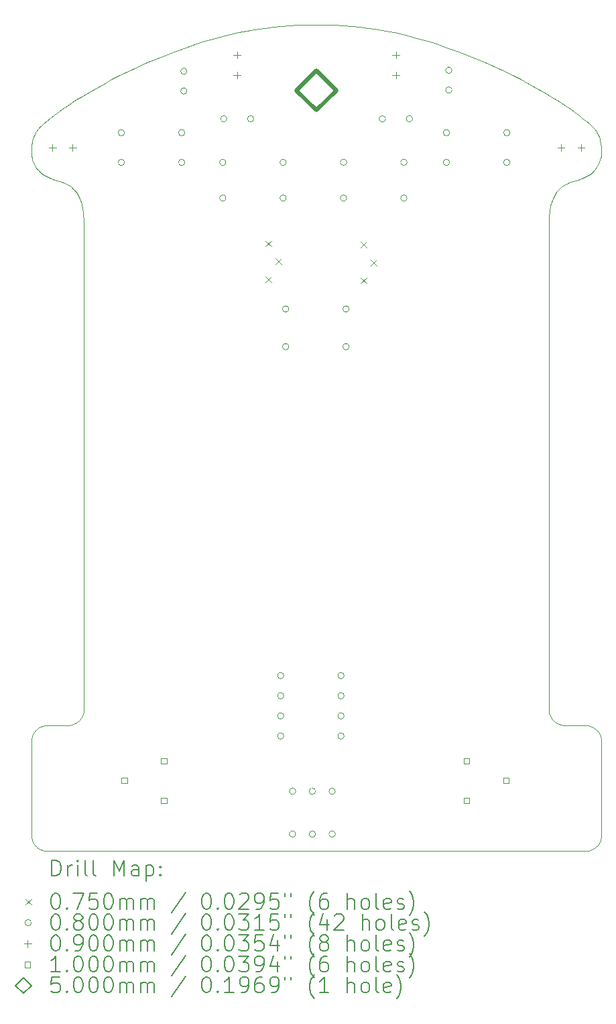
<source format=gbr>
%TF.GenerationSoftware,KiCad,Pcbnew,8.0.2*%
%TF.CreationDate,2024-05-30T02:20:04-04:00*%
%TF.ProjectId,Line-following-learn-to-solder-kit,4c696e65-2d66-46f6-9c6c-6f77696e672d,0*%
%TF.SameCoordinates,Original*%
%TF.FileFunction,Drillmap*%
%TF.FilePolarity,Positive*%
%FSLAX45Y45*%
G04 Gerber Fmt 4.5, Leading zero omitted, Abs format (unit mm)*
G04 Created by KiCad (PCBNEW 8.0.2) date 2024-05-30 02:20:04*
%MOMM*%
%LPD*%
G01*
G04 APERTURE LIST*
%ADD10C,0.010123*%
%ADD11C,0.200000*%
%ADD12C,0.100000*%
%ADD13C,0.500000*%
G04 APERTURE END LIST*
D10*
X9199335Y-5585457D02*
X9313416Y-5589573D01*
X9423342Y-5596090D01*
X9528982Y-5604726D01*
X9630207Y-5615200D01*
X9726887Y-5627230D01*
X9818892Y-5640536D01*
X9906093Y-5654835D01*
X10065562Y-5685290D01*
X10204257Y-5716345D01*
X10321138Y-5745749D01*
X10415167Y-5771250D01*
X10491872Y-5793867D01*
X10597782Y-5827753D01*
X10728209Y-5872309D01*
X10878461Y-5926934D01*
X11043850Y-5991025D01*
X11219684Y-6063984D01*
X11401275Y-6145207D01*
X11583932Y-6234095D01*
X11668254Y-6277697D01*
X11749435Y-6320965D01*
X11827484Y-6363857D01*
X11902414Y-6406333D01*
X11974236Y-6448351D01*
X12042960Y-6489871D01*
X12108599Y-6530852D01*
X12171162Y-6571253D01*
X12230661Y-6611033D01*
X12287108Y-6650150D01*
X12340514Y-6688564D01*
X12390889Y-6726233D01*
X12438246Y-6763118D01*
X12482594Y-6799176D01*
X12523946Y-6834367D01*
X12562312Y-6868650D01*
X12573141Y-6879038D01*
X12583289Y-6889686D01*
X12592778Y-6900567D01*
X12601630Y-6911657D01*
X12609868Y-6922931D01*
X12617512Y-6934363D01*
X12624586Y-6945929D01*
X12631111Y-6957603D01*
X12637110Y-6969360D01*
X12642605Y-6981176D01*
X12652171Y-7004881D01*
X12659986Y-7028518D01*
X12666226Y-7051885D01*
X12671069Y-7074782D01*
X12674692Y-7097009D01*
X12677272Y-7118364D01*
X12678986Y-7138647D01*
X12680524Y-7175192D01*
X12680722Y-7205040D01*
X12679912Y-7224483D01*
X12677372Y-7245677D01*
X12672937Y-7268308D01*
X12666442Y-7292064D01*
X12657721Y-7316631D01*
X12646608Y-7341696D01*
X12632940Y-7366945D01*
X12616549Y-7392067D01*
X12607282Y-7404482D01*
X12597272Y-7416748D01*
X12586499Y-7428825D01*
X12574942Y-7440674D01*
X12562581Y-7452256D01*
X12549394Y-7463533D01*
X12535362Y-7474464D01*
X12520464Y-7485011D01*
X12504678Y-7495135D01*
X12487985Y-7504796D01*
X12470363Y-7513955D01*
X12451792Y-7522574D01*
X12432252Y-7530613D01*
X12411721Y-7538032D01*
X12390179Y-7544794D01*
X12367605Y-7550858D01*
X12324505Y-7562228D01*
X12301467Y-7569365D01*
X12277777Y-7577864D01*
X12253690Y-7588023D01*
X12229461Y-7600135D01*
X12205345Y-7614499D01*
X12181597Y-7631409D01*
X12169941Y-7640911D01*
X12158472Y-7651161D01*
X12147223Y-7662195D01*
X12136225Y-7674051D01*
X12125511Y-7686766D01*
X12115111Y-7700376D01*
X12105058Y-7714919D01*
X12095385Y-7730431D01*
X12086122Y-7746950D01*
X12077302Y-7764512D01*
X12068956Y-7783155D01*
X12061116Y-7802915D01*
X12053815Y-7823830D01*
X12047084Y-7845936D01*
X12040955Y-7869271D01*
X12035460Y-7893871D01*
X12035460Y-7893872D01*
X12031591Y-7915061D01*
X12028296Y-7937742D01*
X12025531Y-7961707D01*
X12023250Y-7986745D01*
X12019963Y-8039207D01*
X12018077Y-8093453D01*
X12017233Y-8147811D01*
X12017074Y-8200606D01*
X12017376Y-8294812D01*
X12017376Y-14224623D01*
X12017642Y-14234967D01*
X12018429Y-14245177D01*
X12019726Y-14255237D01*
X12021519Y-14265137D01*
X12023795Y-14274863D01*
X12026543Y-14284402D01*
X12029748Y-14293743D01*
X12033399Y-14302872D01*
X12037482Y-14311777D01*
X12041985Y-14320445D01*
X12046895Y-14328863D01*
X12052198Y-14337020D01*
X12057883Y-14344902D01*
X12063935Y-14352496D01*
X12070344Y-14359790D01*
X12077095Y-14366772D01*
X12084176Y-14373428D01*
X12091574Y-14379747D01*
X12099277Y-14385715D01*
X12107271Y-14391319D01*
X12115543Y-14396549D01*
X12124082Y-14401389D01*
X12132873Y-14405829D01*
X12141905Y-14409854D01*
X12151164Y-14413454D01*
X12160637Y-14416615D01*
X12170313Y-14419324D01*
X12180177Y-14421568D01*
X12190218Y-14423336D01*
X12200422Y-14424615D01*
X12210777Y-14425391D01*
X12221269Y-14425653D01*
X12476829Y-14425654D01*
X12487321Y-14425916D01*
X12497676Y-14426692D01*
X12507880Y-14427971D01*
X12517921Y-14429738D01*
X12527785Y-14431983D01*
X12537460Y-14434692D01*
X12546934Y-14437853D01*
X12556193Y-14441452D01*
X12565225Y-14445478D01*
X12574016Y-14449918D01*
X12582554Y-14454759D01*
X12590827Y-14459988D01*
X12598821Y-14465593D01*
X12606523Y-14471561D01*
X12613921Y-14477879D01*
X12621002Y-14484536D01*
X12627753Y-14491517D01*
X12634162Y-14498812D01*
X12640214Y-14506406D01*
X12645899Y-14514288D01*
X12651202Y-14522444D01*
X12656112Y-14530863D01*
X12660614Y-14539531D01*
X12664697Y-14548436D01*
X12668348Y-14557565D01*
X12671554Y-14566906D01*
X12674301Y-14576445D01*
X12676578Y-14586171D01*
X12678371Y-14596071D01*
X12679667Y-14606132D01*
X12680455Y-14616341D01*
X12680720Y-14626686D01*
X12680720Y-15812054D01*
X12680455Y-15822398D01*
X12679667Y-15832606D01*
X12678371Y-15842666D01*
X12676577Y-15852564D01*
X12674301Y-15862289D01*
X12671553Y-15871827D01*
X12668347Y-15881167D01*
X12664696Y-15890294D01*
X12660613Y-15899198D01*
X12656110Y-15907864D01*
X12651200Y-15916281D01*
X12645896Y-15924436D01*
X12640211Y-15932316D01*
X12634158Y-15939909D01*
X12627750Y-15947201D01*
X12620998Y-15954181D01*
X12613917Y-15960835D01*
X12606519Y-15967152D01*
X12598816Y-15973117D01*
X12590822Y-15978720D01*
X12582550Y-15983947D01*
X12574011Y-15988785D01*
X12565220Y-15993222D01*
X12556189Y-15997245D01*
X12546930Y-16000842D01*
X12537456Y-16004000D01*
X12527781Y-16006706D01*
X12517917Y-16008948D01*
X12507877Y-16010713D01*
X12497674Y-16011988D01*
X12487320Y-16012762D01*
X12476829Y-16013020D01*
X9081228Y-16011965D01*
X5685627Y-16013020D01*
X5675136Y-16012762D01*
X5664782Y-16011988D01*
X5654579Y-16010713D01*
X5644539Y-16008948D01*
X5634675Y-16006706D01*
X5625000Y-16004000D01*
X5615527Y-16000842D01*
X5606268Y-15997245D01*
X5597236Y-15993222D01*
X5588445Y-15988785D01*
X5579907Y-15983947D01*
X5571634Y-15978720D01*
X5563640Y-15973117D01*
X5555938Y-15967152D01*
X5548539Y-15960835D01*
X5541458Y-15954181D01*
X5534707Y-15947201D01*
X5528298Y-15939909D01*
X5522245Y-15932316D01*
X5516560Y-15924436D01*
X5511256Y-15916281D01*
X5506346Y-15907864D01*
X5501843Y-15899198D01*
X5497760Y-15890294D01*
X5494109Y-15881167D01*
X5490903Y-15871827D01*
X5488155Y-15862289D01*
X5485878Y-15852564D01*
X5484085Y-15842666D01*
X5482788Y-15832606D01*
X5482001Y-15822398D01*
X5481736Y-15812054D01*
X5481736Y-14626686D01*
X5482001Y-14616341D01*
X5482788Y-14606132D01*
X5484085Y-14596071D01*
X5485878Y-14586171D01*
X5488155Y-14576445D01*
X5490902Y-14566906D01*
X5494108Y-14557565D01*
X5497759Y-14548436D01*
X5501842Y-14539531D01*
X5506344Y-14530863D01*
X5511254Y-14522444D01*
X5516557Y-14514288D01*
X5522242Y-14506406D01*
X5528295Y-14498812D01*
X5534703Y-14491517D01*
X5541454Y-14484536D01*
X5548535Y-14477879D01*
X5555933Y-14471561D01*
X5563636Y-14465593D01*
X5571630Y-14459988D01*
X5579902Y-14454759D01*
X5588441Y-14449918D01*
X5597232Y-14445478D01*
X5606264Y-14441452D01*
X5615523Y-14437853D01*
X5624996Y-14434692D01*
X5634672Y-14431983D01*
X5644536Y-14429738D01*
X5654577Y-14427971D01*
X5664781Y-14426692D01*
X5675135Y-14425916D01*
X5685627Y-14425654D01*
X5941187Y-14425653D01*
X5951679Y-14425391D01*
X5962034Y-14424615D01*
X5972238Y-14423336D01*
X5982278Y-14421568D01*
X5992143Y-14419324D01*
X6001818Y-14416615D01*
X6011292Y-14413454D01*
X6020551Y-14409854D01*
X6029583Y-14405829D01*
X6038374Y-14401389D01*
X6046913Y-14396549D01*
X6055185Y-14391319D01*
X6063179Y-14385715D01*
X6070882Y-14379747D01*
X6078280Y-14373428D01*
X6085361Y-14366772D01*
X6092112Y-14359790D01*
X6098520Y-14352496D01*
X6104573Y-14344902D01*
X6110258Y-14337020D01*
X6115561Y-14328863D01*
X6120471Y-14320445D01*
X6124973Y-14311777D01*
X6129057Y-14302872D01*
X6132707Y-14293743D01*
X6135913Y-14284402D01*
X6138660Y-14274863D01*
X6140937Y-14265137D01*
X6142730Y-14255237D01*
X6144027Y-14245177D01*
X6144814Y-14234967D01*
X6145079Y-14224623D01*
X6145079Y-8294812D01*
X6145382Y-8200606D01*
X6145222Y-8147811D01*
X6144378Y-8093453D01*
X6142492Y-8039207D01*
X6139204Y-7986745D01*
X6136924Y-7961707D01*
X6134158Y-7937742D01*
X6130864Y-7915061D01*
X6126995Y-7893872D01*
X6126995Y-7893871D01*
X6121500Y-7869271D01*
X6115371Y-7845936D01*
X6108640Y-7823830D01*
X6101339Y-7802915D01*
X6093499Y-7783155D01*
X6085153Y-7764512D01*
X6076333Y-7746950D01*
X6067070Y-7730431D01*
X6057397Y-7714919D01*
X6047344Y-7700376D01*
X6036945Y-7686766D01*
X6026230Y-7674051D01*
X6015232Y-7662195D01*
X6003983Y-7651161D01*
X5992514Y-7640911D01*
X5980858Y-7631409D01*
X5957110Y-7614499D01*
X5932994Y-7600135D01*
X5908765Y-7588023D01*
X5884678Y-7577864D01*
X5860988Y-7569365D01*
X5837951Y-7562228D01*
X5794851Y-7550858D01*
X5772278Y-7544794D01*
X5750736Y-7538032D01*
X5730205Y-7530613D01*
X5710664Y-7522574D01*
X5692094Y-7513955D01*
X5674472Y-7504796D01*
X5657779Y-7495135D01*
X5641993Y-7485011D01*
X5627095Y-7474464D01*
X5613063Y-7463533D01*
X5599876Y-7452256D01*
X5587515Y-7440674D01*
X5575958Y-7428825D01*
X5565185Y-7416748D01*
X5555175Y-7404482D01*
X5545908Y-7392067D01*
X5529518Y-7366945D01*
X5515849Y-7341696D01*
X5504737Y-7316631D01*
X5496015Y-7292064D01*
X5489520Y-7268308D01*
X5485085Y-7245677D01*
X5482546Y-7224483D01*
X5481736Y-7205040D01*
X5481933Y-7175192D01*
X5483468Y-7138647D01*
X5485181Y-7118364D01*
X5487759Y-7097009D01*
X5491381Y-7074782D01*
X5496223Y-7051885D01*
X5502463Y-7028518D01*
X5510277Y-7004881D01*
X5519842Y-6981176D01*
X5525337Y-6969360D01*
X5531337Y-6957603D01*
X5537863Y-6945929D01*
X5544937Y-6934363D01*
X5552582Y-6922931D01*
X5560820Y-6911657D01*
X5569674Y-6900567D01*
X5579164Y-6889686D01*
X5589314Y-6879038D01*
X5600145Y-6868650D01*
X5638511Y-6834367D01*
X5679863Y-6799176D01*
X5724211Y-6763118D01*
X5771567Y-6726233D01*
X5821943Y-6688564D01*
X5875349Y-6650150D01*
X5931796Y-6611033D01*
X5991295Y-6571253D01*
X6053859Y-6530852D01*
X6119497Y-6489871D01*
X6188221Y-6448351D01*
X6260043Y-6406333D01*
X6334973Y-6363857D01*
X6413022Y-6320965D01*
X6494202Y-6277697D01*
X6578524Y-6234095D01*
X6761181Y-6145207D01*
X6942772Y-6063984D01*
X7118606Y-5991025D01*
X7283995Y-5926934D01*
X7434247Y-5872309D01*
X7564674Y-5827753D01*
X7670584Y-5793867D01*
X7747289Y-5771250D01*
X7841318Y-5745749D01*
X7958199Y-5716345D01*
X8096894Y-5685290D01*
X8256363Y-5654835D01*
X8343564Y-5640536D01*
X8435570Y-5627230D01*
X8532250Y-5615200D01*
X8633475Y-5604726D01*
X8739115Y-5596090D01*
X8849040Y-5589573D01*
X8963121Y-5585457D01*
X9081228Y-5584022D01*
X9199335Y-5585457D01*
D11*
D12*
X8442500Y-8311021D02*
X8517500Y-8386021D01*
X8517500Y-8311021D02*
X8442500Y-8386021D01*
X8442500Y-8761021D02*
X8517500Y-8836021D01*
X8517500Y-8761021D02*
X8442500Y-8836021D01*
X8569500Y-8538021D02*
X8644500Y-8613021D01*
X8644500Y-8538021D02*
X8569500Y-8613021D01*
X9644500Y-8326500D02*
X9719500Y-8401500D01*
X9719500Y-8326500D02*
X9644500Y-8401500D01*
X9644500Y-8776500D02*
X9719500Y-8851500D01*
X9719500Y-8776500D02*
X9644500Y-8851500D01*
X9771500Y-8553500D02*
X9846500Y-8628500D01*
X9846500Y-8553500D02*
X9771500Y-8628500D01*
X6659229Y-6948521D02*
G75*
G02*
X6579229Y-6948521I-40000J0D01*
G01*
X6579229Y-6948521D02*
G75*
G02*
X6659229Y-6948521I40000J0D01*
G01*
X6659229Y-7323521D02*
G75*
G02*
X6579229Y-7323521I-40000J0D01*
G01*
X6579229Y-7323521D02*
G75*
G02*
X6659229Y-7323521I40000J0D01*
G01*
X7421229Y-6948521D02*
G75*
G02*
X7341229Y-6948521I-40000J0D01*
G01*
X7341229Y-6948521D02*
G75*
G02*
X7421229Y-6948521I40000J0D01*
G01*
X7421229Y-7323521D02*
G75*
G02*
X7341229Y-7323521I-40000J0D01*
G01*
X7341229Y-7323521D02*
G75*
G02*
X7421229Y-7323521I40000J0D01*
G01*
X7448000Y-6173000D02*
G75*
G02*
X7368000Y-6173000I-40000J0D01*
G01*
X7368000Y-6173000D02*
G75*
G02*
X7448000Y-6173000I40000J0D01*
G01*
X7448000Y-6423000D02*
G75*
G02*
X7368000Y-6423000I-40000J0D01*
G01*
X7368000Y-6423000D02*
G75*
G02*
X7448000Y-6423000I40000J0D01*
G01*
X7940229Y-7323521D02*
G75*
G02*
X7860229Y-7323521I-40000J0D01*
G01*
X7860229Y-7323521D02*
G75*
G02*
X7940229Y-7323521I40000J0D01*
G01*
X7940229Y-7773521D02*
G75*
G02*
X7860229Y-7773521I-40000J0D01*
G01*
X7860229Y-7773521D02*
G75*
G02*
X7940229Y-7773521I40000J0D01*
G01*
X7951229Y-6773521D02*
G75*
G02*
X7871229Y-6773521I-40000J0D01*
G01*
X7871229Y-6773521D02*
G75*
G02*
X7951229Y-6773521I40000J0D01*
G01*
X8291229Y-6773521D02*
G75*
G02*
X8211229Y-6773521I-40000J0D01*
G01*
X8211229Y-6773521D02*
G75*
G02*
X8291229Y-6773521I40000J0D01*
G01*
X8671229Y-13798521D02*
G75*
G02*
X8591229Y-13798521I-40000J0D01*
G01*
X8591229Y-13798521D02*
G75*
G02*
X8671229Y-13798521I40000J0D01*
G01*
X8671229Y-14052521D02*
G75*
G02*
X8591229Y-14052521I-40000J0D01*
G01*
X8591229Y-14052521D02*
G75*
G02*
X8671229Y-14052521I40000J0D01*
G01*
X8671229Y-14306521D02*
G75*
G02*
X8591229Y-14306521I-40000J0D01*
G01*
X8591229Y-14306521D02*
G75*
G02*
X8671229Y-14306521I40000J0D01*
G01*
X8671229Y-14560521D02*
G75*
G02*
X8591229Y-14560521I-40000J0D01*
G01*
X8591229Y-14560521D02*
G75*
G02*
X8671229Y-14560521I40000J0D01*
G01*
X8702229Y-7323521D02*
G75*
G02*
X8622229Y-7323521I-40000J0D01*
G01*
X8622229Y-7323521D02*
G75*
G02*
X8702229Y-7323521I40000J0D01*
G01*
X8702229Y-7773521D02*
G75*
G02*
X8622229Y-7773521I-40000J0D01*
G01*
X8622229Y-7773521D02*
G75*
G02*
X8702229Y-7773521I40000J0D01*
G01*
X8734229Y-9173521D02*
G75*
G02*
X8654229Y-9173521I-40000J0D01*
G01*
X8654229Y-9173521D02*
G75*
G02*
X8734229Y-9173521I40000J0D01*
G01*
X8734229Y-9648521D02*
G75*
G02*
X8654229Y-9648521I-40000J0D01*
G01*
X8654229Y-9648521D02*
G75*
G02*
X8734229Y-9648521I40000J0D01*
G01*
X8821229Y-15258521D02*
G75*
G02*
X8741229Y-15258521I-40000J0D01*
G01*
X8741229Y-15258521D02*
G75*
G02*
X8821229Y-15258521I40000J0D01*
G01*
X8821229Y-15798521D02*
G75*
G02*
X8741229Y-15798521I-40000J0D01*
G01*
X8741229Y-15798521D02*
G75*
G02*
X8821229Y-15798521I40000J0D01*
G01*
X9071229Y-15258521D02*
G75*
G02*
X8991229Y-15258521I-40000J0D01*
G01*
X8991229Y-15258521D02*
G75*
G02*
X9071229Y-15258521I40000J0D01*
G01*
X9071229Y-15798521D02*
G75*
G02*
X8991229Y-15798521I-40000J0D01*
G01*
X8991229Y-15798521D02*
G75*
G02*
X9071229Y-15798521I40000J0D01*
G01*
X9321229Y-15258521D02*
G75*
G02*
X9241229Y-15258521I-40000J0D01*
G01*
X9241229Y-15258521D02*
G75*
G02*
X9321229Y-15258521I40000J0D01*
G01*
X9321229Y-15798521D02*
G75*
G02*
X9241229Y-15798521I-40000J0D01*
G01*
X9241229Y-15798521D02*
G75*
G02*
X9321229Y-15798521I40000J0D01*
G01*
X9433229Y-13798521D02*
G75*
G02*
X9353229Y-13798521I-40000J0D01*
G01*
X9353229Y-13798521D02*
G75*
G02*
X9433229Y-13798521I40000J0D01*
G01*
X9433229Y-14052521D02*
G75*
G02*
X9353229Y-14052521I-40000J0D01*
G01*
X9353229Y-14052521D02*
G75*
G02*
X9433229Y-14052521I40000J0D01*
G01*
X9433229Y-14306521D02*
G75*
G02*
X9353229Y-14306521I-40000J0D01*
G01*
X9353229Y-14306521D02*
G75*
G02*
X9433229Y-14306521I40000J0D01*
G01*
X9433229Y-14560521D02*
G75*
G02*
X9353229Y-14560521I-40000J0D01*
G01*
X9353229Y-14560521D02*
G75*
G02*
X9433229Y-14560521I40000J0D01*
G01*
X9465229Y-7323521D02*
G75*
G02*
X9385229Y-7323521I-40000J0D01*
G01*
X9385229Y-7323521D02*
G75*
G02*
X9465229Y-7323521I40000J0D01*
G01*
X9465229Y-7773521D02*
G75*
G02*
X9385229Y-7773521I-40000J0D01*
G01*
X9385229Y-7773521D02*
G75*
G02*
X9465229Y-7773521I40000J0D01*
G01*
X9496229Y-9173521D02*
G75*
G02*
X9416229Y-9173521I-40000J0D01*
G01*
X9416229Y-9173521D02*
G75*
G02*
X9496229Y-9173521I40000J0D01*
G01*
X9496229Y-9648521D02*
G75*
G02*
X9416229Y-9648521I-40000J0D01*
G01*
X9416229Y-9648521D02*
G75*
G02*
X9496229Y-9648521I40000J0D01*
G01*
X9956229Y-6773521D02*
G75*
G02*
X9876229Y-6773521I-40000J0D01*
G01*
X9876229Y-6773521D02*
G75*
G02*
X9956229Y-6773521I40000J0D01*
G01*
X10227229Y-7323521D02*
G75*
G02*
X10147229Y-7323521I-40000J0D01*
G01*
X10147229Y-7323521D02*
G75*
G02*
X10227229Y-7323521I40000J0D01*
G01*
X10227229Y-7773521D02*
G75*
G02*
X10147229Y-7773521I-40000J0D01*
G01*
X10147229Y-7773521D02*
G75*
G02*
X10227229Y-7773521I40000J0D01*
G01*
X10296229Y-6773521D02*
G75*
G02*
X10216229Y-6773521I-40000J0D01*
G01*
X10216229Y-6773521D02*
G75*
G02*
X10296229Y-6773521I40000J0D01*
G01*
X10765229Y-6948521D02*
G75*
G02*
X10685229Y-6948521I-40000J0D01*
G01*
X10685229Y-6948521D02*
G75*
G02*
X10765229Y-6948521I40000J0D01*
G01*
X10765229Y-7323521D02*
G75*
G02*
X10685229Y-7323521I-40000J0D01*
G01*
X10685229Y-7323521D02*
G75*
G02*
X10765229Y-7323521I40000J0D01*
G01*
X10795000Y-6161000D02*
G75*
G02*
X10715000Y-6161000I-40000J0D01*
G01*
X10715000Y-6161000D02*
G75*
G02*
X10795000Y-6161000I40000J0D01*
G01*
X10795000Y-6411000D02*
G75*
G02*
X10715000Y-6411000I-40000J0D01*
G01*
X10715000Y-6411000D02*
G75*
G02*
X10795000Y-6411000I40000J0D01*
G01*
X11527229Y-6948521D02*
G75*
G02*
X11447229Y-6948521I-40000J0D01*
G01*
X11447229Y-6948521D02*
G75*
G02*
X11527229Y-6948521I40000J0D01*
G01*
X11527229Y-7323521D02*
G75*
G02*
X11447229Y-7323521I-40000J0D01*
G01*
X11447229Y-7323521D02*
G75*
G02*
X11527229Y-7323521I40000J0D01*
G01*
X5748729Y-7093521D02*
X5748729Y-7183521D01*
X5703729Y-7138521D02*
X5793729Y-7138521D01*
X6002729Y-7093521D02*
X6002729Y-7183521D01*
X5957729Y-7138521D02*
X6047729Y-7138521D01*
X8081229Y-5924521D02*
X8081229Y-6014521D01*
X8036229Y-5969521D02*
X8126229Y-5969521D01*
X8081229Y-6178521D02*
X8081229Y-6268521D01*
X8036229Y-6223521D02*
X8126229Y-6223521D01*
X10086229Y-5924521D02*
X10086229Y-6014521D01*
X10041229Y-5969521D02*
X10131229Y-5969521D01*
X10086229Y-6178521D02*
X10086229Y-6268521D01*
X10041229Y-6223521D02*
X10131229Y-6223521D01*
X12172229Y-7093521D02*
X12172229Y-7183521D01*
X12127229Y-7138521D02*
X12217229Y-7138521D01*
X12426229Y-7093521D02*
X12426229Y-7183521D01*
X12381229Y-7138521D02*
X12471229Y-7138521D01*
X6691584Y-15158877D02*
X6691584Y-15088165D01*
X6620873Y-15088165D01*
X6620873Y-15158877D01*
X6691584Y-15158877D01*
X7191584Y-14908877D02*
X7191584Y-14838165D01*
X7120873Y-14838165D01*
X7120873Y-14908877D01*
X7191584Y-14908877D01*
X7191584Y-15408877D02*
X7191584Y-15338165D01*
X7120873Y-15338165D01*
X7120873Y-15408877D01*
X7191584Y-15408877D01*
X11012834Y-14908877D02*
X11012834Y-14838165D01*
X10942123Y-14838165D01*
X10942123Y-14908877D01*
X11012834Y-14908877D01*
X11012834Y-15408877D02*
X11012834Y-15338165D01*
X10942123Y-15338165D01*
X10942123Y-15408877D01*
X11012834Y-15408877D01*
X11512834Y-15158877D02*
X11512834Y-15088165D01*
X11442123Y-15088165D01*
X11442123Y-15158877D01*
X11512834Y-15158877D01*
D13*
X9082000Y-6664000D02*
X9332000Y-6414000D01*
X9082000Y-6164000D01*
X8832000Y-6414000D01*
X9082000Y-6664000D01*
D11*
X5742006Y-16325010D02*
X5742006Y-16125010D01*
X5742006Y-16125010D02*
X5789625Y-16125010D01*
X5789625Y-16125010D02*
X5818197Y-16134534D01*
X5818197Y-16134534D02*
X5837244Y-16153581D01*
X5837244Y-16153581D02*
X5846768Y-16172629D01*
X5846768Y-16172629D02*
X5856292Y-16210724D01*
X5856292Y-16210724D02*
X5856292Y-16239295D01*
X5856292Y-16239295D02*
X5846768Y-16277391D01*
X5846768Y-16277391D02*
X5837244Y-16296438D01*
X5837244Y-16296438D02*
X5818197Y-16315486D01*
X5818197Y-16315486D02*
X5789625Y-16325010D01*
X5789625Y-16325010D02*
X5742006Y-16325010D01*
X5942006Y-16325010D02*
X5942006Y-16191676D01*
X5942006Y-16229772D02*
X5951530Y-16210724D01*
X5951530Y-16210724D02*
X5961054Y-16201200D01*
X5961054Y-16201200D02*
X5980102Y-16191676D01*
X5980102Y-16191676D02*
X5999149Y-16191676D01*
X6065816Y-16325010D02*
X6065816Y-16191676D01*
X6065816Y-16125010D02*
X6056292Y-16134534D01*
X6056292Y-16134534D02*
X6065816Y-16144057D01*
X6065816Y-16144057D02*
X6075340Y-16134534D01*
X6075340Y-16134534D02*
X6065816Y-16125010D01*
X6065816Y-16125010D02*
X6065816Y-16144057D01*
X6189625Y-16325010D02*
X6170578Y-16315486D01*
X6170578Y-16315486D02*
X6161054Y-16296438D01*
X6161054Y-16296438D02*
X6161054Y-16125010D01*
X6294387Y-16325010D02*
X6275340Y-16315486D01*
X6275340Y-16315486D02*
X6265816Y-16296438D01*
X6265816Y-16296438D02*
X6265816Y-16125010D01*
X6522959Y-16325010D02*
X6522959Y-16125010D01*
X6522959Y-16125010D02*
X6589625Y-16267867D01*
X6589625Y-16267867D02*
X6656292Y-16125010D01*
X6656292Y-16125010D02*
X6656292Y-16325010D01*
X6837244Y-16325010D02*
X6837244Y-16220248D01*
X6837244Y-16220248D02*
X6827721Y-16201200D01*
X6827721Y-16201200D02*
X6808673Y-16191676D01*
X6808673Y-16191676D02*
X6770578Y-16191676D01*
X6770578Y-16191676D02*
X6751530Y-16201200D01*
X6837244Y-16315486D02*
X6818197Y-16325010D01*
X6818197Y-16325010D02*
X6770578Y-16325010D01*
X6770578Y-16325010D02*
X6751530Y-16315486D01*
X6751530Y-16315486D02*
X6742006Y-16296438D01*
X6742006Y-16296438D02*
X6742006Y-16277391D01*
X6742006Y-16277391D02*
X6751530Y-16258343D01*
X6751530Y-16258343D02*
X6770578Y-16248819D01*
X6770578Y-16248819D02*
X6818197Y-16248819D01*
X6818197Y-16248819D02*
X6837244Y-16239295D01*
X6932483Y-16191676D02*
X6932483Y-16391676D01*
X6932483Y-16201200D02*
X6951530Y-16191676D01*
X6951530Y-16191676D02*
X6989625Y-16191676D01*
X6989625Y-16191676D02*
X7008673Y-16201200D01*
X7008673Y-16201200D02*
X7018197Y-16210724D01*
X7018197Y-16210724D02*
X7027721Y-16229772D01*
X7027721Y-16229772D02*
X7027721Y-16286914D01*
X7027721Y-16286914D02*
X7018197Y-16305962D01*
X7018197Y-16305962D02*
X7008673Y-16315486D01*
X7008673Y-16315486D02*
X6989625Y-16325010D01*
X6989625Y-16325010D02*
X6951530Y-16325010D01*
X6951530Y-16325010D02*
X6932483Y-16315486D01*
X7113435Y-16305962D02*
X7122959Y-16315486D01*
X7122959Y-16315486D02*
X7113435Y-16325010D01*
X7113435Y-16325010D02*
X7103911Y-16315486D01*
X7103911Y-16315486D02*
X7113435Y-16305962D01*
X7113435Y-16305962D02*
X7113435Y-16325010D01*
X7113435Y-16201200D02*
X7122959Y-16210724D01*
X7122959Y-16210724D02*
X7113435Y-16220248D01*
X7113435Y-16220248D02*
X7103911Y-16210724D01*
X7103911Y-16210724D02*
X7113435Y-16201200D01*
X7113435Y-16201200D02*
X7113435Y-16220248D01*
D12*
X5406230Y-16616026D02*
X5481230Y-16691026D01*
X5481230Y-16616026D02*
X5406230Y-16691026D01*
D11*
X5780102Y-16545010D02*
X5799149Y-16545010D01*
X5799149Y-16545010D02*
X5818197Y-16554534D01*
X5818197Y-16554534D02*
X5827721Y-16564057D01*
X5827721Y-16564057D02*
X5837244Y-16583105D01*
X5837244Y-16583105D02*
X5846768Y-16621200D01*
X5846768Y-16621200D02*
X5846768Y-16668819D01*
X5846768Y-16668819D02*
X5837244Y-16706914D01*
X5837244Y-16706914D02*
X5827721Y-16725962D01*
X5827721Y-16725962D02*
X5818197Y-16735486D01*
X5818197Y-16735486D02*
X5799149Y-16745010D01*
X5799149Y-16745010D02*
X5780102Y-16745010D01*
X5780102Y-16745010D02*
X5761054Y-16735486D01*
X5761054Y-16735486D02*
X5751530Y-16725962D01*
X5751530Y-16725962D02*
X5742006Y-16706914D01*
X5742006Y-16706914D02*
X5732483Y-16668819D01*
X5732483Y-16668819D02*
X5732483Y-16621200D01*
X5732483Y-16621200D02*
X5742006Y-16583105D01*
X5742006Y-16583105D02*
X5751530Y-16564057D01*
X5751530Y-16564057D02*
X5761054Y-16554534D01*
X5761054Y-16554534D02*
X5780102Y-16545010D01*
X5932483Y-16725962D02*
X5942006Y-16735486D01*
X5942006Y-16735486D02*
X5932483Y-16745010D01*
X5932483Y-16745010D02*
X5922959Y-16735486D01*
X5922959Y-16735486D02*
X5932483Y-16725962D01*
X5932483Y-16725962D02*
X5932483Y-16745010D01*
X6008673Y-16545010D02*
X6142006Y-16545010D01*
X6142006Y-16545010D02*
X6056292Y-16745010D01*
X6313435Y-16545010D02*
X6218197Y-16545010D01*
X6218197Y-16545010D02*
X6208673Y-16640248D01*
X6208673Y-16640248D02*
X6218197Y-16630724D01*
X6218197Y-16630724D02*
X6237244Y-16621200D01*
X6237244Y-16621200D02*
X6284864Y-16621200D01*
X6284864Y-16621200D02*
X6303911Y-16630724D01*
X6303911Y-16630724D02*
X6313435Y-16640248D01*
X6313435Y-16640248D02*
X6322959Y-16659295D01*
X6322959Y-16659295D02*
X6322959Y-16706914D01*
X6322959Y-16706914D02*
X6313435Y-16725962D01*
X6313435Y-16725962D02*
X6303911Y-16735486D01*
X6303911Y-16735486D02*
X6284864Y-16745010D01*
X6284864Y-16745010D02*
X6237244Y-16745010D01*
X6237244Y-16745010D02*
X6218197Y-16735486D01*
X6218197Y-16735486D02*
X6208673Y-16725962D01*
X6446768Y-16545010D02*
X6465816Y-16545010D01*
X6465816Y-16545010D02*
X6484864Y-16554534D01*
X6484864Y-16554534D02*
X6494387Y-16564057D01*
X6494387Y-16564057D02*
X6503911Y-16583105D01*
X6503911Y-16583105D02*
X6513435Y-16621200D01*
X6513435Y-16621200D02*
X6513435Y-16668819D01*
X6513435Y-16668819D02*
X6503911Y-16706914D01*
X6503911Y-16706914D02*
X6494387Y-16725962D01*
X6494387Y-16725962D02*
X6484864Y-16735486D01*
X6484864Y-16735486D02*
X6465816Y-16745010D01*
X6465816Y-16745010D02*
X6446768Y-16745010D01*
X6446768Y-16745010D02*
X6427721Y-16735486D01*
X6427721Y-16735486D02*
X6418197Y-16725962D01*
X6418197Y-16725962D02*
X6408673Y-16706914D01*
X6408673Y-16706914D02*
X6399149Y-16668819D01*
X6399149Y-16668819D02*
X6399149Y-16621200D01*
X6399149Y-16621200D02*
X6408673Y-16583105D01*
X6408673Y-16583105D02*
X6418197Y-16564057D01*
X6418197Y-16564057D02*
X6427721Y-16554534D01*
X6427721Y-16554534D02*
X6446768Y-16545010D01*
X6599149Y-16745010D02*
X6599149Y-16611676D01*
X6599149Y-16630724D02*
X6608673Y-16621200D01*
X6608673Y-16621200D02*
X6627721Y-16611676D01*
X6627721Y-16611676D02*
X6656292Y-16611676D01*
X6656292Y-16611676D02*
X6675340Y-16621200D01*
X6675340Y-16621200D02*
X6684864Y-16640248D01*
X6684864Y-16640248D02*
X6684864Y-16745010D01*
X6684864Y-16640248D02*
X6694387Y-16621200D01*
X6694387Y-16621200D02*
X6713435Y-16611676D01*
X6713435Y-16611676D02*
X6742006Y-16611676D01*
X6742006Y-16611676D02*
X6761054Y-16621200D01*
X6761054Y-16621200D02*
X6770578Y-16640248D01*
X6770578Y-16640248D02*
X6770578Y-16745010D01*
X6865816Y-16745010D02*
X6865816Y-16611676D01*
X6865816Y-16630724D02*
X6875340Y-16621200D01*
X6875340Y-16621200D02*
X6894387Y-16611676D01*
X6894387Y-16611676D02*
X6922959Y-16611676D01*
X6922959Y-16611676D02*
X6942006Y-16621200D01*
X6942006Y-16621200D02*
X6951530Y-16640248D01*
X6951530Y-16640248D02*
X6951530Y-16745010D01*
X6951530Y-16640248D02*
X6961054Y-16621200D01*
X6961054Y-16621200D02*
X6980102Y-16611676D01*
X6980102Y-16611676D02*
X7008673Y-16611676D01*
X7008673Y-16611676D02*
X7027721Y-16621200D01*
X7027721Y-16621200D02*
X7037245Y-16640248D01*
X7037245Y-16640248D02*
X7037245Y-16745010D01*
X7427721Y-16535486D02*
X7256292Y-16792629D01*
X7684864Y-16545010D02*
X7703911Y-16545010D01*
X7703911Y-16545010D02*
X7722959Y-16554534D01*
X7722959Y-16554534D02*
X7732483Y-16564057D01*
X7732483Y-16564057D02*
X7742007Y-16583105D01*
X7742007Y-16583105D02*
X7751530Y-16621200D01*
X7751530Y-16621200D02*
X7751530Y-16668819D01*
X7751530Y-16668819D02*
X7742007Y-16706914D01*
X7742007Y-16706914D02*
X7732483Y-16725962D01*
X7732483Y-16725962D02*
X7722959Y-16735486D01*
X7722959Y-16735486D02*
X7703911Y-16745010D01*
X7703911Y-16745010D02*
X7684864Y-16745010D01*
X7684864Y-16745010D02*
X7665816Y-16735486D01*
X7665816Y-16735486D02*
X7656292Y-16725962D01*
X7656292Y-16725962D02*
X7646768Y-16706914D01*
X7646768Y-16706914D02*
X7637245Y-16668819D01*
X7637245Y-16668819D02*
X7637245Y-16621200D01*
X7637245Y-16621200D02*
X7646768Y-16583105D01*
X7646768Y-16583105D02*
X7656292Y-16564057D01*
X7656292Y-16564057D02*
X7665816Y-16554534D01*
X7665816Y-16554534D02*
X7684864Y-16545010D01*
X7837245Y-16725962D02*
X7846768Y-16735486D01*
X7846768Y-16735486D02*
X7837245Y-16745010D01*
X7837245Y-16745010D02*
X7827721Y-16735486D01*
X7827721Y-16735486D02*
X7837245Y-16725962D01*
X7837245Y-16725962D02*
X7837245Y-16745010D01*
X7970578Y-16545010D02*
X7989626Y-16545010D01*
X7989626Y-16545010D02*
X8008673Y-16554534D01*
X8008673Y-16554534D02*
X8018197Y-16564057D01*
X8018197Y-16564057D02*
X8027721Y-16583105D01*
X8027721Y-16583105D02*
X8037245Y-16621200D01*
X8037245Y-16621200D02*
X8037245Y-16668819D01*
X8037245Y-16668819D02*
X8027721Y-16706914D01*
X8027721Y-16706914D02*
X8018197Y-16725962D01*
X8018197Y-16725962D02*
X8008673Y-16735486D01*
X8008673Y-16735486D02*
X7989626Y-16745010D01*
X7989626Y-16745010D02*
X7970578Y-16745010D01*
X7970578Y-16745010D02*
X7951530Y-16735486D01*
X7951530Y-16735486D02*
X7942007Y-16725962D01*
X7942007Y-16725962D02*
X7932483Y-16706914D01*
X7932483Y-16706914D02*
X7922959Y-16668819D01*
X7922959Y-16668819D02*
X7922959Y-16621200D01*
X7922959Y-16621200D02*
X7932483Y-16583105D01*
X7932483Y-16583105D02*
X7942007Y-16564057D01*
X7942007Y-16564057D02*
X7951530Y-16554534D01*
X7951530Y-16554534D02*
X7970578Y-16545010D01*
X8113435Y-16564057D02*
X8122959Y-16554534D01*
X8122959Y-16554534D02*
X8142007Y-16545010D01*
X8142007Y-16545010D02*
X8189626Y-16545010D01*
X8189626Y-16545010D02*
X8208673Y-16554534D01*
X8208673Y-16554534D02*
X8218197Y-16564057D01*
X8218197Y-16564057D02*
X8227721Y-16583105D01*
X8227721Y-16583105D02*
X8227721Y-16602153D01*
X8227721Y-16602153D02*
X8218197Y-16630724D01*
X8218197Y-16630724D02*
X8103911Y-16745010D01*
X8103911Y-16745010D02*
X8227721Y-16745010D01*
X8322959Y-16745010D02*
X8361054Y-16745010D01*
X8361054Y-16745010D02*
X8380102Y-16735486D01*
X8380102Y-16735486D02*
X8389626Y-16725962D01*
X8389626Y-16725962D02*
X8408673Y-16697391D01*
X8408673Y-16697391D02*
X8418197Y-16659295D01*
X8418197Y-16659295D02*
X8418197Y-16583105D01*
X8418197Y-16583105D02*
X8408673Y-16564057D01*
X8408673Y-16564057D02*
X8399150Y-16554534D01*
X8399150Y-16554534D02*
X8380102Y-16545010D01*
X8380102Y-16545010D02*
X8342007Y-16545010D01*
X8342007Y-16545010D02*
X8322959Y-16554534D01*
X8322959Y-16554534D02*
X8313435Y-16564057D01*
X8313435Y-16564057D02*
X8303911Y-16583105D01*
X8303911Y-16583105D02*
X8303911Y-16630724D01*
X8303911Y-16630724D02*
X8313435Y-16649772D01*
X8313435Y-16649772D02*
X8322959Y-16659295D01*
X8322959Y-16659295D02*
X8342007Y-16668819D01*
X8342007Y-16668819D02*
X8380102Y-16668819D01*
X8380102Y-16668819D02*
X8399150Y-16659295D01*
X8399150Y-16659295D02*
X8408673Y-16649772D01*
X8408673Y-16649772D02*
X8418197Y-16630724D01*
X8599150Y-16545010D02*
X8503911Y-16545010D01*
X8503911Y-16545010D02*
X8494388Y-16640248D01*
X8494388Y-16640248D02*
X8503911Y-16630724D01*
X8503911Y-16630724D02*
X8522959Y-16621200D01*
X8522959Y-16621200D02*
X8570578Y-16621200D01*
X8570578Y-16621200D02*
X8589626Y-16630724D01*
X8589626Y-16630724D02*
X8599150Y-16640248D01*
X8599150Y-16640248D02*
X8608673Y-16659295D01*
X8608673Y-16659295D02*
X8608673Y-16706914D01*
X8608673Y-16706914D02*
X8599150Y-16725962D01*
X8599150Y-16725962D02*
X8589626Y-16735486D01*
X8589626Y-16735486D02*
X8570578Y-16745010D01*
X8570578Y-16745010D02*
X8522959Y-16745010D01*
X8522959Y-16745010D02*
X8503911Y-16735486D01*
X8503911Y-16735486D02*
X8494388Y-16725962D01*
X8684864Y-16545010D02*
X8684864Y-16583105D01*
X8761054Y-16545010D02*
X8761054Y-16583105D01*
X9056293Y-16821200D02*
X9046769Y-16811676D01*
X9046769Y-16811676D02*
X9027721Y-16783105D01*
X9027721Y-16783105D02*
X9018197Y-16764057D01*
X9018197Y-16764057D02*
X9008673Y-16735486D01*
X9008673Y-16735486D02*
X8999150Y-16687867D01*
X8999150Y-16687867D02*
X8999150Y-16649772D01*
X8999150Y-16649772D02*
X9008673Y-16602153D01*
X9008673Y-16602153D02*
X9018197Y-16573581D01*
X9018197Y-16573581D02*
X9027721Y-16554534D01*
X9027721Y-16554534D02*
X9046769Y-16525962D01*
X9046769Y-16525962D02*
X9056293Y-16516438D01*
X9218197Y-16545010D02*
X9180102Y-16545010D01*
X9180102Y-16545010D02*
X9161054Y-16554534D01*
X9161054Y-16554534D02*
X9151531Y-16564057D01*
X9151531Y-16564057D02*
X9132483Y-16592629D01*
X9132483Y-16592629D02*
X9122959Y-16630724D01*
X9122959Y-16630724D02*
X9122959Y-16706914D01*
X9122959Y-16706914D02*
X9132483Y-16725962D01*
X9132483Y-16725962D02*
X9142007Y-16735486D01*
X9142007Y-16735486D02*
X9161054Y-16745010D01*
X9161054Y-16745010D02*
X9199150Y-16745010D01*
X9199150Y-16745010D02*
X9218197Y-16735486D01*
X9218197Y-16735486D02*
X9227721Y-16725962D01*
X9227721Y-16725962D02*
X9237245Y-16706914D01*
X9237245Y-16706914D02*
X9237245Y-16659295D01*
X9237245Y-16659295D02*
X9227721Y-16640248D01*
X9227721Y-16640248D02*
X9218197Y-16630724D01*
X9218197Y-16630724D02*
X9199150Y-16621200D01*
X9199150Y-16621200D02*
X9161054Y-16621200D01*
X9161054Y-16621200D02*
X9142007Y-16630724D01*
X9142007Y-16630724D02*
X9132483Y-16640248D01*
X9132483Y-16640248D02*
X9122959Y-16659295D01*
X9475340Y-16745010D02*
X9475340Y-16545010D01*
X9561054Y-16745010D02*
X9561054Y-16640248D01*
X9561054Y-16640248D02*
X9551531Y-16621200D01*
X9551531Y-16621200D02*
X9532483Y-16611676D01*
X9532483Y-16611676D02*
X9503912Y-16611676D01*
X9503912Y-16611676D02*
X9484864Y-16621200D01*
X9484864Y-16621200D02*
X9475340Y-16630724D01*
X9684864Y-16745010D02*
X9665816Y-16735486D01*
X9665816Y-16735486D02*
X9656293Y-16725962D01*
X9656293Y-16725962D02*
X9646769Y-16706914D01*
X9646769Y-16706914D02*
X9646769Y-16649772D01*
X9646769Y-16649772D02*
X9656293Y-16630724D01*
X9656293Y-16630724D02*
X9665816Y-16621200D01*
X9665816Y-16621200D02*
X9684864Y-16611676D01*
X9684864Y-16611676D02*
X9713435Y-16611676D01*
X9713435Y-16611676D02*
X9732483Y-16621200D01*
X9732483Y-16621200D02*
X9742007Y-16630724D01*
X9742007Y-16630724D02*
X9751531Y-16649772D01*
X9751531Y-16649772D02*
X9751531Y-16706914D01*
X9751531Y-16706914D02*
X9742007Y-16725962D01*
X9742007Y-16725962D02*
X9732483Y-16735486D01*
X9732483Y-16735486D02*
X9713435Y-16745010D01*
X9713435Y-16745010D02*
X9684864Y-16745010D01*
X9865816Y-16745010D02*
X9846769Y-16735486D01*
X9846769Y-16735486D02*
X9837245Y-16716438D01*
X9837245Y-16716438D02*
X9837245Y-16545010D01*
X10018197Y-16735486D02*
X9999150Y-16745010D01*
X9999150Y-16745010D02*
X9961054Y-16745010D01*
X9961054Y-16745010D02*
X9942007Y-16735486D01*
X9942007Y-16735486D02*
X9932483Y-16716438D01*
X9932483Y-16716438D02*
X9932483Y-16640248D01*
X9932483Y-16640248D02*
X9942007Y-16621200D01*
X9942007Y-16621200D02*
X9961054Y-16611676D01*
X9961054Y-16611676D02*
X9999150Y-16611676D01*
X9999150Y-16611676D02*
X10018197Y-16621200D01*
X10018197Y-16621200D02*
X10027721Y-16640248D01*
X10027721Y-16640248D02*
X10027721Y-16659295D01*
X10027721Y-16659295D02*
X9932483Y-16678343D01*
X10103912Y-16735486D02*
X10122959Y-16745010D01*
X10122959Y-16745010D02*
X10161054Y-16745010D01*
X10161054Y-16745010D02*
X10180102Y-16735486D01*
X10180102Y-16735486D02*
X10189626Y-16716438D01*
X10189626Y-16716438D02*
X10189626Y-16706914D01*
X10189626Y-16706914D02*
X10180102Y-16687867D01*
X10180102Y-16687867D02*
X10161054Y-16678343D01*
X10161054Y-16678343D02*
X10132483Y-16678343D01*
X10132483Y-16678343D02*
X10113435Y-16668819D01*
X10113435Y-16668819D02*
X10103912Y-16649772D01*
X10103912Y-16649772D02*
X10103912Y-16640248D01*
X10103912Y-16640248D02*
X10113435Y-16621200D01*
X10113435Y-16621200D02*
X10132483Y-16611676D01*
X10132483Y-16611676D02*
X10161054Y-16611676D01*
X10161054Y-16611676D02*
X10180102Y-16621200D01*
X10256293Y-16821200D02*
X10265816Y-16811676D01*
X10265816Y-16811676D02*
X10284864Y-16783105D01*
X10284864Y-16783105D02*
X10294388Y-16764057D01*
X10294388Y-16764057D02*
X10303912Y-16735486D01*
X10303912Y-16735486D02*
X10313435Y-16687867D01*
X10313435Y-16687867D02*
X10313435Y-16649772D01*
X10313435Y-16649772D02*
X10303912Y-16602153D01*
X10303912Y-16602153D02*
X10294388Y-16573581D01*
X10294388Y-16573581D02*
X10284864Y-16554534D01*
X10284864Y-16554534D02*
X10265816Y-16525962D01*
X10265816Y-16525962D02*
X10256293Y-16516438D01*
D12*
X5481230Y-16917526D02*
G75*
G02*
X5401230Y-16917526I-40000J0D01*
G01*
X5401230Y-16917526D02*
G75*
G02*
X5481230Y-16917526I40000J0D01*
G01*
D11*
X5780102Y-16809010D02*
X5799149Y-16809010D01*
X5799149Y-16809010D02*
X5818197Y-16818534D01*
X5818197Y-16818534D02*
X5827721Y-16828057D01*
X5827721Y-16828057D02*
X5837244Y-16847105D01*
X5837244Y-16847105D02*
X5846768Y-16885200D01*
X5846768Y-16885200D02*
X5846768Y-16932819D01*
X5846768Y-16932819D02*
X5837244Y-16970915D01*
X5837244Y-16970915D02*
X5827721Y-16989962D01*
X5827721Y-16989962D02*
X5818197Y-16999486D01*
X5818197Y-16999486D02*
X5799149Y-17009010D01*
X5799149Y-17009010D02*
X5780102Y-17009010D01*
X5780102Y-17009010D02*
X5761054Y-16999486D01*
X5761054Y-16999486D02*
X5751530Y-16989962D01*
X5751530Y-16989962D02*
X5742006Y-16970915D01*
X5742006Y-16970915D02*
X5732483Y-16932819D01*
X5732483Y-16932819D02*
X5732483Y-16885200D01*
X5732483Y-16885200D02*
X5742006Y-16847105D01*
X5742006Y-16847105D02*
X5751530Y-16828057D01*
X5751530Y-16828057D02*
X5761054Y-16818534D01*
X5761054Y-16818534D02*
X5780102Y-16809010D01*
X5932483Y-16989962D02*
X5942006Y-16999486D01*
X5942006Y-16999486D02*
X5932483Y-17009010D01*
X5932483Y-17009010D02*
X5922959Y-16999486D01*
X5922959Y-16999486D02*
X5932483Y-16989962D01*
X5932483Y-16989962D02*
X5932483Y-17009010D01*
X6056292Y-16894724D02*
X6037244Y-16885200D01*
X6037244Y-16885200D02*
X6027721Y-16875676D01*
X6027721Y-16875676D02*
X6018197Y-16856629D01*
X6018197Y-16856629D02*
X6018197Y-16847105D01*
X6018197Y-16847105D02*
X6027721Y-16828057D01*
X6027721Y-16828057D02*
X6037244Y-16818534D01*
X6037244Y-16818534D02*
X6056292Y-16809010D01*
X6056292Y-16809010D02*
X6094387Y-16809010D01*
X6094387Y-16809010D02*
X6113435Y-16818534D01*
X6113435Y-16818534D02*
X6122959Y-16828057D01*
X6122959Y-16828057D02*
X6132483Y-16847105D01*
X6132483Y-16847105D02*
X6132483Y-16856629D01*
X6132483Y-16856629D02*
X6122959Y-16875676D01*
X6122959Y-16875676D02*
X6113435Y-16885200D01*
X6113435Y-16885200D02*
X6094387Y-16894724D01*
X6094387Y-16894724D02*
X6056292Y-16894724D01*
X6056292Y-16894724D02*
X6037244Y-16904248D01*
X6037244Y-16904248D02*
X6027721Y-16913772D01*
X6027721Y-16913772D02*
X6018197Y-16932819D01*
X6018197Y-16932819D02*
X6018197Y-16970915D01*
X6018197Y-16970915D02*
X6027721Y-16989962D01*
X6027721Y-16989962D02*
X6037244Y-16999486D01*
X6037244Y-16999486D02*
X6056292Y-17009010D01*
X6056292Y-17009010D02*
X6094387Y-17009010D01*
X6094387Y-17009010D02*
X6113435Y-16999486D01*
X6113435Y-16999486D02*
X6122959Y-16989962D01*
X6122959Y-16989962D02*
X6132483Y-16970915D01*
X6132483Y-16970915D02*
X6132483Y-16932819D01*
X6132483Y-16932819D02*
X6122959Y-16913772D01*
X6122959Y-16913772D02*
X6113435Y-16904248D01*
X6113435Y-16904248D02*
X6094387Y-16894724D01*
X6256292Y-16809010D02*
X6275340Y-16809010D01*
X6275340Y-16809010D02*
X6294387Y-16818534D01*
X6294387Y-16818534D02*
X6303911Y-16828057D01*
X6303911Y-16828057D02*
X6313435Y-16847105D01*
X6313435Y-16847105D02*
X6322959Y-16885200D01*
X6322959Y-16885200D02*
X6322959Y-16932819D01*
X6322959Y-16932819D02*
X6313435Y-16970915D01*
X6313435Y-16970915D02*
X6303911Y-16989962D01*
X6303911Y-16989962D02*
X6294387Y-16999486D01*
X6294387Y-16999486D02*
X6275340Y-17009010D01*
X6275340Y-17009010D02*
X6256292Y-17009010D01*
X6256292Y-17009010D02*
X6237244Y-16999486D01*
X6237244Y-16999486D02*
X6227721Y-16989962D01*
X6227721Y-16989962D02*
X6218197Y-16970915D01*
X6218197Y-16970915D02*
X6208673Y-16932819D01*
X6208673Y-16932819D02*
X6208673Y-16885200D01*
X6208673Y-16885200D02*
X6218197Y-16847105D01*
X6218197Y-16847105D02*
X6227721Y-16828057D01*
X6227721Y-16828057D02*
X6237244Y-16818534D01*
X6237244Y-16818534D02*
X6256292Y-16809010D01*
X6446768Y-16809010D02*
X6465816Y-16809010D01*
X6465816Y-16809010D02*
X6484864Y-16818534D01*
X6484864Y-16818534D02*
X6494387Y-16828057D01*
X6494387Y-16828057D02*
X6503911Y-16847105D01*
X6503911Y-16847105D02*
X6513435Y-16885200D01*
X6513435Y-16885200D02*
X6513435Y-16932819D01*
X6513435Y-16932819D02*
X6503911Y-16970915D01*
X6503911Y-16970915D02*
X6494387Y-16989962D01*
X6494387Y-16989962D02*
X6484864Y-16999486D01*
X6484864Y-16999486D02*
X6465816Y-17009010D01*
X6465816Y-17009010D02*
X6446768Y-17009010D01*
X6446768Y-17009010D02*
X6427721Y-16999486D01*
X6427721Y-16999486D02*
X6418197Y-16989962D01*
X6418197Y-16989962D02*
X6408673Y-16970915D01*
X6408673Y-16970915D02*
X6399149Y-16932819D01*
X6399149Y-16932819D02*
X6399149Y-16885200D01*
X6399149Y-16885200D02*
X6408673Y-16847105D01*
X6408673Y-16847105D02*
X6418197Y-16828057D01*
X6418197Y-16828057D02*
X6427721Y-16818534D01*
X6427721Y-16818534D02*
X6446768Y-16809010D01*
X6599149Y-17009010D02*
X6599149Y-16875676D01*
X6599149Y-16894724D02*
X6608673Y-16885200D01*
X6608673Y-16885200D02*
X6627721Y-16875676D01*
X6627721Y-16875676D02*
X6656292Y-16875676D01*
X6656292Y-16875676D02*
X6675340Y-16885200D01*
X6675340Y-16885200D02*
X6684864Y-16904248D01*
X6684864Y-16904248D02*
X6684864Y-17009010D01*
X6684864Y-16904248D02*
X6694387Y-16885200D01*
X6694387Y-16885200D02*
X6713435Y-16875676D01*
X6713435Y-16875676D02*
X6742006Y-16875676D01*
X6742006Y-16875676D02*
X6761054Y-16885200D01*
X6761054Y-16885200D02*
X6770578Y-16904248D01*
X6770578Y-16904248D02*
X6770578Y-17009010D01*
X6865816Y-17009010D02*
X6865816Y-16875676D01*
X6865816Y-16894724D02*
X6875340Y-16885200D01*
X6875340Y-16885200D02*
X6894387Y-16875676D01*
X6894387Y-16875676D02*
X6922959Y-16875676D01*
X6922959Y-16875676D02*
X6942006Y-16885200D01*
X6942006Y-16885200D02*
X6951530Y-16904248D01*
X6951530Y-16904248D02*
X6951530Y-17009010D01*
X6951530Y-16904248D02*
X6961054Y-16885200D01*
X6961054Y-16885200D02*
X6980102Y-16875676D01*
X6980102Y-16875676D02*
X7008673Y-16875676D01*
X7008673Y-16875676D02*
X7027721Y-16885200D01*
X7027721Y-16885200D02*
X7037245Y-16904248D01*
X7037245Y-16904248D02*
X7037245Y-17009010D01*
X7427721Y-16799486D02*
X7256292Y-17056629D01*
X7684864Y-16809010D02*
X7703911Y-16809010D01*
X7703911Y-16809010D02*
X7722959Y-16818534D01*
X7722959Y-16818534D02*
X7732483Y-16828057D01*
X7732483Y-16828057D02*
X7742007Y-16847105D01*
X7742007Y-16847105D02*
X7751530Y-16885200D01*
X7751530Y-16885200D02*
X7751530Y-16932819D01*
X7751530Y-16932819D02*
X7742007Y-16970915D01*
X7742007Y-16970915D02*
X7732483Y-16989962D01*
X7732483Y-16989962D02*
X7722959Y-16999486D01*
X7722959Y-16999486D02*
X7703911Y-17009010D01*
X7703911Y-17009010D02*
X7684864Y-17009010D01*
X7684864Y-17009010D02*
X7665816Y-16999486D01*
X7665816Y-16999486D02*
X7656292Y-16989962D01*
X7656292Y-16989962D02*
X7646768Y-16970915D01*
X7646768Y-16970915D02*
X7637245Y-16932819D01*
X7637245Y-16932819D02*
X7637245Y-16885200D01*
X7637245Y-16885200D02*
X7646768Y-16847105D01*
X7646768Y-16847105D02*
X7656292Y-16828057D01*
X7656292Y-16828057D02*
X7665816Y-16818534D01*
X7665816Y-16818534D02*
X7684864Y-16809010D01*
X7837245Y-16989962D02*
X7846768Y-16999486D01*
X7846768Y-16999486D02*
X7837245Y-17009010D01*
X7837245Y-17009010D02*
X7827721Y-16999486D01*
X7827721Y-16999486D02*
X7837245Y-16989962D01*
X7837245Y-16989962D02*
X7837245Y-17009010D01*
X7970578Y-16809010D02*
X7989626Y-16809010D01*
X7989626Y-16809010D02*
X8008673Y-16818534D01*
X8008673Y-16818534D02*
X8018197Y-16828057D01*
X8018197Y-16828057D02*
X8027721Y-16847105D01*
X8027721Y-16847105D02*
X8037245Y-16885200D01*
X8037245Y-16885200D02*
X8037245Y-16932819D01*
X8037245Y-16932819D02*
X8027721Y-16970915D01*
X8027721Y-16970915D02*
X8018197Y-16989962D01*
X8018197Y-16989962D02*
X8008673Y-16999486D01*
X8008673Y-16999486D02*
X7989626Y-17009010D01*
X7989626Y-17009010D02*
X7970578Y-17009010D01*
X7970578Y-17009010D02*
X7951530Y-16999486D01*
X7951530Y-16999486D02*
X7942007Y-16989962D01*
X7942007Y-16989962D02*
X7932483Y-16970915D01*
X7932483Y-16970915D02*
X7922959Y-16932819D01*
X7922959Y-16932819D02*
X7922959Y-16885200D01*
X7922959Y-16885200D02*
X7932483Y-16847105D01*
X7932483Y-16847105D02*
X7942007Y-16828057D01*
X7942007Y-16828057D02*
X7951530Y-16818534D01*
X7951530Y-16818534D02*
X7970578Y-16809010D01*
X8103911Y-16809010D02*
X8227721Y-16809010D01*
X8227721Y-16809010D02*
X8161054Y-16885200D01*
X8161054Y-16885200D02*
X8189626Y-16885200D01*
X8189626Y-16885200D02*
X8208673Y-16894724D01*
X8208673Y-16894724D02*
X8218197Y-16904248D01*
X8218197Y-16904248D02*
X8227721Y-16923296D01*
X8227721Y-16923296D02*
X8227721Y-16970915D01*
X8227721Y-16970915D02*
X8218197Y-16989962D01*
X8218197Y-16989962D02*
X8208673Y-16999486D01*
X8208673Y-16999486D02*
X8189626Y-17009010D01*
X8189626Y-17009010D02*
X8132483Y-17009010D01*
X8132483Y-17009010D02*
X8113435Y-16999486D01*
X8113435Y-16999486D02*
X8103911Y-16989962D01*
X8418197Y-17009010D02*
X8303911Y-17009010D01*
X8361054Y-17009010D02*
X8361054Y-16809010D01*
X8361054Y-16809010D02*
X8342007Y-16837581D01*
X8342007Y-16837581D02*
X8322959Y-16856629D01*
X8322959Y-16856629D02*
X8303911Y-16866153D01*
X8599150Y-16809010D02*
X8503911Y-16809010D01*
X8503911Y-16809010D02*
X8494388Y-16904248D01*
X8494388Y-16904248D02*
X8503911Y-16894724D01*
X8503911Y-16894724D02*
X8522959Y-16885200D01*
X8522959Y-16885200D02*
X8570578Y-16885200D01*
X8570578Y-16885200D02*
X8589626Y-16894724D01*
X8589626Y-16894724D02*
X8599150Y-16904248D01*
X8599150Y-16904248D02*
X8608673Y-16923296D01*
X8608673Y-16923296D02*
X8608673Y-16970915D01*
X8608673Y-16970915D02*
X8599150Y-16989962D01*
X8599150Y-16989962D02*
X8589626Y-16999486D01*
X8589626Y-16999486D02*
X8570578Y-17009010D01*
X8570578Y-17009010D02*
X8522959Y-17009010D01*
X8522959Y-17009010D02*
X8503911Y-16999486D01*
X8503911Y-16999486D02*
X8494388Y-16989962D01*
X8684864Y-16809010D02*
X8684864Y-16847105D01*
X8761054Y-16809010D02*
X8761054Y-16847105D01*
X9056293Y-17085200D02*
X9046769Y-17075676D01*
X9046769Y-17075676D02*
X9027721Y-17047105D01*
X9027721Y-17047105D02*
X9018197Y-17028057D01*
X9018197Y-17028057D02*
X9008673Y-16999486D01*
X9008673Y-16999486D02*
X8999150Y-16951867D01*
X8999150Y-16951867D02*
X8999150Y-16913772D01*
X8999150Y-16913772D02*
X9008673Y-16866153D01*
X9008673Y-16866153D02*
X9018197Y-16837581D01*
X9018197Y-16837581D02*
X9027721Y-16818534D01*
X9027721Y-16818534D02*
X9046769Y-16789962D01*
X9046769Y-16789962D02*
X9056293Y-16780438D01*
X9218197Y-16875676D02*
X9218197Y-17009010D01*
X9170578Y-16799486D02*
X9122959Y-16942343D01*
X9122959Y-16942343D02*
X9246769Y-16942343D01*
X9313435Y-16828057D02*
X9322959Y-16818534D01*
X9322959Y-16818534D02*
X9342007Y-16809010D01*
X9342007Y-16809010D02*
X9389626Y-16809010D01*
X9389626Y-16809010D02*
X9408673Y-16818534D01*
X9408673Y-16818534D02*
X9418197Y-16828057D01*
X9418197Y-16828057D02*
X9427721Y-16847105D01*
X9427721Y-16847105D02*
X9427721Y-16866153D01*
X9427721Y-16866153D02*
X9418197Y-16894724D01*
X9418197Y-16894724D02*
X9303912Y-17009010D01*
X9303912Y-17009010D02*
X9427721Y-17009010D01*
X9665816Y-17009010D02*
X9665816Y-16809010D01*
X9751531Y-17009010D02*
X9751531Y-16904248D01*
X9751531Y-16904248D02*
X9742007Y-16885200D01*
X9742007Y-16885200D02*
X9722959Y-16875676D01*
X9722959Y-16875676D02*
X9694388Y-16875676D01*
X9694388Y-16875676D02*
X9675340Y-16885200D01*
X9675340Y-16885200D02*
X9665816Y-16894724D01*
X9875340Y-17009010D02*
X9856293Y-16999486D01*
X9856293Y-16999486D02*
X9846769Y-16989962D01*
X9846769Y-16989962D02*
X9837245Y-16970915D01*
X9837245Y-16970915D02*
X9837245Y-16913772D01*
X9837245Y-16913772D02*
X9846769Y-16894724D01*
X9846769Y-16894724D02*
X9856293Y-16885200D01*
X9856293Y-16885200D02*
X9875340Y-16875676D01*
X9875340Y-16875676D02*
X9903912Y-16875676D01*
X9903912Y-16875676D02*
X9922959Y-16885200D01*
X9922959Y-16885200D02*
X9932483Y-16894724D01*
X9932483Y-16894724D02*
X9942007Y-16913772D01*
X9942007Y-16913772D02*
X9942007Y-16970915D01*
X9942007Y-16970915D02*
X9932483Y-16989962D01*
X9932483Y-16989962D02*
X9922959Y-16999486D01*
X9922959Y-16999486D02*
X9903912Y-17009010D01*
X9903912Y-17009010D02*
X9875340Y-17009010D01*
X10056293Y-17009010D02*
X10037245Y-16999486D01*
X10037245Y-16999486D02*
X10027721Y-16980438D01*
X10027721Y-16980438D02*
X10027721Y-16809010D01*
X10208674Y-16999486D02*
X10189626Y-17009010D01*
X10189626Y-17009010D02*
X10151531Y-17009010D01*
X10151531Y-17009010D02*
X10132483Y-16999486D01*
X10132483Y-16999486D02*
X10122959Y-16980438D01*
X10122959Y-16980438D02*
X10122959Y-16904248D01*
X10122959Y-16904248D02*
X10132483Y-16885200D01*
X10132483Y-16885200D02*
X10151531Y-16875676D01*
X10151531Y-16875676D02*
X10189626Y-16875676D01*
X10189626Y-16875676D02*
X10208674Y-16885200D01*
X10208674Y-16885200D02*
X10218197Y-16904248D01*
X10218197Y-16904248D02*
X10218197Y-16923296D01*
X10218197Y-16923296D02*
X10122959Y-16942343D01*
X10294388Y-16999486D02*
X10313435Y-17009010D01*
X10313435Y-17009010D02*
X10351531Y-17009010D01*
X10351531Y-17009010D02*
X10370578Y-16999486D01*
X10370578Y-16999486D02*
X10380102Y-16980438D01*
X10380102Y-16980438D02*
X10380102Y-16970915D01*
X10380102Y-16970915D02*
X10370578Y-16951867D01*
X10370578Y-16951867D02*
X10351531Y-16942343D01*
X10351531Y-16942343D02*
X10322959Y-16942343D01*
X10322959Y-16942343D02*
X10303912Y-16932819D01*
X10303912Y-16932819D02*
X10294388Y-16913772D01*
X10294388Y-16913772D02*
X10294388Y-16904248D01*
X10294388Y-16904248D02*
X10303912Y-16885200D01*
X10303912Y-16885200D02*
X10322959Y-16875676D01*
X10322959Y-16875676D02*
X10351531Y-16875676D01*
X10351531Y-16875676D02*
X10370578Y-16885200D01*
X10446769Y-17085200D02*
X10456293Y-17075676D01*
X10456293Y-17075676D02*
X10475340Y-17047105D01*
X10475340Y-17047105D02*
X10484864Y-17028057D01*
X10484864Y-17028057D02*
X10494388Y-16999486D01*
X10494388Y-16999486D02*
X10503912Y-16951867D01*
X10503912Y-16951867D02*
X10503912Y-16913772D01*
X10503912Y-16913772D02*
X10494388Y-16866153D01*
X10494388Y-16866153D02*
X10484864Y-16837581D01*
X10484864Y-16837581D02*
X10475340Y-16818534D01*
X10475340Y-16818534D02*
X10456293Y-16789962D01*
X10456293Y-16789962D02*
X10446769Y-16780438D01*
D12*
X5436230Y-17136526D02*
X5436230Y-17226526D01*
X5391230Y-17181526D02*
X5481230Y-17181526D01*
D11*
X5780102Y-17073010D02*
X5799149Y-17073010D01*
X5799149Y-17073010D02*
X5818197Y-17082534D01*
X5818197Y-17082534D02*
X5827721Y-17092057D01*
X5827721Y-17092057D02*
X5837244Y-17111105D01*
X5837244Y-17111105D02*
X5846768Y-17149200D01*
X5846768Y-17149200D02*
X5846768Y-17196819D01*
X5846768Y-17196819D02*
X5837244Y-17234915D01*
X5837244Y-17234915D02*
X5827721Y-17253962D01*
X5827721Y-17253962D02*
X5818197Y-17263486D01*
X5818197Y-17263486D02*
X5799149Y-17273010D01*
X5799149Y-17273010D02*
X5780102Y-17273010D01*
X5780102Y-17273010D02*
X5761054Y-17263486D01*
X5761054Y-17263486D02*
X5751530Y-17253962D01*
X5751530Y-17253962D02*
X5742006Y-17234915D01*
X5742006Y-17234915D02*
X5732483Y-17196819D01*
X5732483Y-17196819D02*
X5732483Y-17149200D01*
X5732483Y-17149200D02*
X5742006Y-17111105D01*
X5742006Y-17111105D02*
X5751530Y-17092057D01*
X5751530Y-17092057D02*
X5761054Y-17082534D01*
X5761054Y-17082534D02*
X5780102Y-17073010D01*
X5932483Y-17253962D02*
X5942006Y-17263486D01*
X5942006Y-17263486D02*
X5932483Y-17273010D01*
X5932483Y-17273010D02*
X5922959Y-17263486D01*
X5922959Y-17263486D02*
X5932483Y-17253962D01*
X5932483Y-17253962D02*
X5932483Y-17273010D01*
X6037244Y-17273010D02*
X6075340Y-17273010D01*
X6075340Y-17273010D02*
X6094387Y-17263486D01*
X6094387Y-17263486D02*
X6103911Y-17253962D01*
X6103911Y-17253962D02*
X6122959Y-17225391D01*
X6122959Y-17225391D02*
X6132483Y-17187296D01*
X6132483Y-17187296D02*
X6132483Y-17111105D01*
X6132483Y-17111105D02*
X6122959Y-17092057D01*
X6122959Y-17092057D02*
X6113435Y-17082534D01*
X6113435Y-17082534D02*
X6094387Y-17073010D01*
X6094387Y-17073010D02*
X6056292Y-17073010D01*
X6056292Y-17073010D02*
X6037244Y-17082534D01*
X6037244Y-17082534D02*
X6027721Y-17092057D01*
X6027721Y-17092057D02*
X6018197Y-17111105D01*
X6018197Y-17111105D02*
X6018197Y-17158724D01*
X6018197Y-17158724D02*
X6027721Y-17177772D01*
X6027721Y-17177772D02*
X6037244Y-17187296D01*
X6037244Y-17187296D02*
X6056292Y-17196819D01*
X6056292Y-17196819D02*
X6094387Y-17196819D01*
X6094387Y-17196819D02*
X6113435Y-17187296D01*
X6113435Y-17187296D02*
X6122959Y-17177772D01*
X6122959Y-17177772D02*
X6132483Y-17158724D01*
X6256292Y-17073010D02*
X6275340Y-17073010D01*
X6275340Y-17073010D02*
X6294387Y-17082534D01*
X6294387Y-17082534D02*
X6303911Y-17092057D01*
X6303911Y-17092057D02*
X6313435Y-17111105D01*
X6313435Y-17111105D02*
X6322959Y-17149200D01*
X6322959Y-17149200D02*
X6322959Y-17196819D01*
X6322959Y-17196819D02*
X6313435Y-17234915D01*
X6313435Y-17234915D02*
X6303911Y-17253962D01*
X6303911Y-17253962D02*
X6294387Y-17263486D01*
X6294387Y-17263486D02*
X6275340Y-17273010D01*
X6275340Y-17273010D02*
X6256292Y-17273010D01*
X6256292Y-17273010D02*
X6237244Y-17263486D01*
X6237244Y-17263486D02*
X6227721Y-17253962D01*
X6227721Y-17253962D02*
X6218197Y-17234915D01*
X6218197Y-17234915D02*
X6208673Y-17196819D01*
X6208673Y-17196819D02*
X6208673Y-17149200D01*
X6208673Y-17149200D02*
X6218197Y-17111105D01*
X6218197Y-17111105D02*
X6227721Y-17092057D01*
X6227721Y-17092057D02*
X6237244Y-17082534D01*
X6237244Y-17082534D02*
X6256292Y-17073010D01*
X6446768Y-17073010D02*
X6465816Y-17073010D01*
X6465816Y-17073010D02*
X6484864Y-17082534D01*
X6484864Y-17082534D02*
X6494387Y-17092057D01*
X6494387Y-17092057D02*
X6503911Y-17111105D01*
X6503911Y-17111105D02*
X6513435Y-17149200D01*
X6513435Y-17149200D02*
X6513435Y-17196819D01*
X6513435Y-17196819D02*
X6503911Y-17234915D01*
X6503911Y-17234915D02*
X6494387Y-17253962D01*
X6494387Y-17253962D02*
X6484864Y-17263486D01*
X6484864Y-17263486D02*
X6465816Y-17273010D01*
X6465816Y-17273010D02*
X6446768Y-17273010D01*
X6446768Y-17273010D02*
X6427721Y-17263486D01*
X6427721Y-17263486D02*
X6418197Y-17253962D01*
X6418197Y-17253962D02*
X6408673Y-17234915D01*
X6408673Y-17234915D02*
X6399149Y-17196819D01*
X6399149Y-17196819D02*
X6399149Y-17149200D01*
X6399149Y-17149200D02*
X6408673Y-17111105D01*
X6408673Y-17111105D02*
X6418197Y-17092057D01*
X6418197Y-17092057D02*
X6427721Y-17082534D01*
X6427721Y-17082534D02*
X6446768Y-17073010D01*
X6599149Y-17273010D02*
X6599149Y-17139676D01*
X6599149Y-17158724D02*
X6608673Y-17149200D01*
X6608673Y-17149200D02*
X6627721Y-17139676D01*
X6627721Y-17139676D02*
X6656292Y-17139676D01*
X6656292Y-17139676D02*
X6675340Y-17149200D01*
X6675340Y-17149200D02*
X6684864Y-17168248D01*
X6684864Y-17168248D02*
X6684864Y-17273010D01*
X6684864Y-17168248D02*
X6694387Y-17149200D01*
X6694387Y-17149200D02*
X6713435Y-17139676D01*
X6713435Y-17139676D02*
X6742006Y-17139676D01*
X6742006Y-17139676D02*
X6761054Y-17149200D01*
X6761054Y-17149200D02*
X6770578Y-17168248D01*
X6770578Y-17168248D02*
X6770578Y-17273010D01*
X6865816Y-17273010D02*
X6865816Y-17139676D01*
X6865816Y-17158724D02*
X6875340Y-17149200D01*
X6875340Y-17149200D02*
X6894387Y-17139676D01*
X6894387Y-17139676D02*
X6922959Y-17139676D01*
X6922959Y-17139676D02*
X6942006Y-17149200D01*
X6942006Y-17149200D02*
X6951530Y-17168248D01*
X6951530Y-17168248D02*
X6951530Y-17273010D01*
X6951530Y-17168248D02*
X6961054Y-17149200D01*
X6961054Y-17149200D02*
X6980102Y-17139676D01*
X6980102Y-17139676D02*
X7008673Y-17139676D01*
X7008673Y-17139676D02*
X7027721Y-17149200D01*
X7027721Y-17149200D02*
X7037245Y-17168248D01*
X7037245Y-17168248D02*
X7037245Y-17273010D01*
X7427721Y-17063486D02*
X7256292Y-17320629D01*
X7684864Y-17073010D02*
X7703911Y-17073010D01*
X7703911Y-17073010D02*
X7722959Y-17082534D01*
X7722959Y-17082534D02*
X7732483Y-17092057D01*
X7732483Y-17092057D02*
X7742007Y-17111105D01*
X7742007Y-17111105D02*
X7751530Y-17149200D01*
X7751530Y-17149200D02*
X7751530Y-17196819D01*
X7751530Y-17196819D02*
X7742007Y-17234915D01*
X7742007Y-17234915D02*
X7732483Y-17253962D01*
X7732483Y-17253962D02*
X7722959Y-17263486D01*
X7722959Y-17263486D02*
X7703911Y-17273010D01*
X7703911Y-17273010D02*
X7684864Y-17273010D01*
X7684864Y-17273010D02*
X7665816Y-17263486D01*
X7665816Y-17263486D02*
X7656292Y-17253962D01*
X7656292Y-17253962D02*
X7646768Y-17234915D01*
X7646768Y-17234915D02*
X7637245Y-17196819D01*
X7637245Y-17196819D02*
X7637245Y-17149200D01*
X7637245Y-17149200D02*
X7646768Y-17111105D01*
X7646768Y-17111105D02*
X7656292Y-17092057D01*
X7656292Y-17092057D02*
X7665816Y-17082534D01*
X7665816Y-17082534D02*
X7684864Y-17073010D01*
X7837245Y-17253962D02*
X7846768Y-17263486D01*
X7846768Y-17263486D02*
X7837245Y-17273010D01*
X7837245Y-17273010D02*
X7827721Y-17263486D01*
X7827721Y-17263486D02*
X7837245Y-17253962D01*
X7837245Y-17253962D02*
X7837245Y-17273010D01*
X7970578Y-17073010D02*
X7989626Y-17073010D01*
X7989626Y-17073010D02*
X8008673Y-17082534D01*
X8008673Y-17082534D02*
X8018197Y-17092057D01*
X8018197Y-17092057D02*
X8027721Y-17111105D01*
X8027721Y-17111105D02*
X8037245Y-17149200D01*
X8037245Y-17149200D02*
X8037245Y-17196819D01*
X8037245Y-17196819D02*
X8027721Y-17234915D01*
X8027721Y-17234915D02*
X8018197Y-17253962D01*
X8018197Y-17253962D02*
X8008673Y-17263486D01*
X8008673Y-17263486D02*
X7989626Y-17273010D01*
X7989626Y-17273010D02*
X7970578Y-17273010D01*
X7970578Y-17273010D02*
X7951530Y-17263486D01*
X7951530Y-17263486D02*
X7942007Y-17253962D01*
X7942007Y-17253962D02*
X7932483Y-17234915D01*
X7932483Y-17234915D02*
X7922959Y-17196819D01*
X7922959Y-17196819D02*
X7922959Y-17149200D01*
X7922959Y-17149200D02*
X7932483Y-17111105D01*
X7932483Y-17111105D02*
X7942007Y-17092057D01*
X7942007Y-17092057D02*
X7951530Y-17082534D01*
X7951530Y-17082534D02*
X7970578Y-17073010D01*
X8103911Y-17073010D02*
X8227721Y-17073010D01*
X8227721Y-17073010D02*
X8161054Y-17149200D01*
X8161054Y-17149200D02*
X8189626Y-17149200D01*
X8189626Y-17149200D02*
X8208673Y-17158724D01*
X8208673Y-17158724D02*
X8218197Y-17168248D01*
X8218197Y-17168248D02*
X8227721Y-17187296D01*
X8227721Y-17187296D02*
X8227721Y-17234915D01*
X8227721Y-17234915D02*
X8218197Y-17253962D01*
X8218197Y-17253962D02*
X8208673Y-17263486D01*
X8208673Y-17263486D02*
X8189626Y-17273010D01*
X8189626Y-17273010D02*
X8132483Y-17273010D01*
X8132483Y-17273010D02*
X8113435Y-17263486D01*
X8113435Y-17263486D02*
X8103911Y-17253962D01*
X8408673Y-17073010D02*
X8313435Y-17073010D01*
X8313435Y-17073010D02*
X8303911Y-17168248D01*
X8303911Y-17168248D02*
X8313435Y-17158724D01*
X8313435Y-17158724D02*
X8332483Y-17149200D01*
X8332483Y-17149200D02*
X8380102Y-17149200D01*
X8380102Y-17149200D02*
X8399150Y-17158724D01*
X8399150Y-17158724D02*
X8408673Y-17168248D01*
X8408673Y-17168248D02*
X8418197Y-17187296D01*
X8418197Y-17187296D02*
X8418197Y-17234915D01*
X8418197Y-17234915D02*
X8408673Y-17253962D01*
X8408673Y-17253962D02*
X8399150Y-17263486D01*
X8399150Y-17263486D02*
X8380102Y-17273010D01*
X8380102Y-17273010D02*
X8332483Y-17273010D01*
X8332483Y-17273010D02*
X8313435Y-17263486D01*
X8313435Y-17263486D02*
X8303911Y-17253962D01*
X8589626Y-17139676D02*
X8589626Y-17273010D01*
X8542007Y-17063486D02*
X8494388Y-17206343D01*
X8494388Y-17206343D02*
X8618197Y-17206343D01*
X8684864Y-17073010D02*
X8684864Y-17111105D01*
X8761054Y-17073010D02*
X8761054Y-17111105D01*
X9056293Y-17349200D02*
X9046769Y-17339676D01*
X9046769Y-17339676D02*
X9027721Y-17311105D01*
X9027721Y-17311105D02*
X9018197Y-17292057D01*
X9018197Y-17292057D02*
X9008673Y-17263486D01*
X9008673Y-17263486D02*
X8999150Y-17215867D01*
X8999150Y-17215867D02*
X8999150Y-17177772D01*
X8999150Y-17177772D02*
X9008673Y-17130153D01*
X9008673Y-17130153D02*
X9018197Y-17101581D01*
X9018197Y-17101581D02*
X9027721Y-17082534D01*
X9027721Y-17082534D02*
X9046769Y-17053962D01*
X9046769Y-17053962D02*
X9056293Y-17044438D01*
X9161054Y-17158724D02*
X9142007Y-17149200D01*
X9142007Y-17149200D02*
X9132483Y-17139676D01*
X9132483Y-17139676D02*
X9122959Y-17120629D01*
X9122959Y-17120629D02*
X9122959Y-17111105D01*
X9122959Y-17111105D02*
X9132483Y-17092057D01*
X9132483Y-17092057D02*
X9142007Y-17082534D01*
X9142007Y-17082534D02*
X9161054Y-17073010D01*
X9161054Y-17073010D02*
X9199150Y-17073010D01*
X9199150Y-17073010D02*
X9218197Y-17082534D01*
X9218197Y-17082534D02*
X9227721Y-17092057D01*
X9227721Y-17092057D02*
X9237245Y-17111105D01*
X9237245Y-17111105D02*
X9237245Y-17120629D01*
X9237245Y-17120629D02*
X9227721Y-17139676D01*
X9227721Y-17139676D02*
X9218197Y-17149200D01*
X9218197Y-17149200D02*
X9199150Y-17158724D01*
X9199150Y-17158724D02*
X9161054Y-17158724D01*
X9161054Y-17158724D02*
X9142007Y-17168248D01*
X9142007Y-17168248D02*
X9132483Y-17177772D01*
X9132483Y-17177772D02*
X9122959Y-17196819D01*
X9122959Y-17196819D02*
X9122959Y-17234915D01*
X9122959Y-17234915D02*
X9132483Y-17253962D01*
X9132483Y-17253962D02*
X9142007Y-17263486D01*
X9142007Y-17263486D02*
X9161054Y-17273010D01*
X9161054Y-17273010D02*
X9199150Y-17273010D01*
X9199150Y-17273010D02*
X9218197Y-17263486D01*
X9218197Y-17263486D02*
X9227721Y-17253962D01*
X9227721Y-17253962D02*
X9237245Y-17234915D01*
X9237245Y-17234915D02*
X9237245Y-17196819D01*
X9237245Y-17196819D02*
X9227721Y-17177772D01*
X9227721Y-17177772D02*
X9218197Y-17168248D01*
X9218197Y-17168248D02*
X9199150Y-17158724D01*
X9475340Y-17273010D02*
X9475340Y-17073010D01*
X9561054Y-17273010D02*
X9561054Y-17168248D01*
X9561054Y-17168248D02*
X9551531Y-17149200D01*
X9551531Y-17149200D02*
X9532483Y-17139676D01*
X9532483Y-17139676D02*
X9503912Y-17139676D01*
X9503912Y-17139676D02*
X9484864Y-17149200D01*
X9484864Y-17149200D02*
X9475340Y-17158724D01*
X9684864Y-17273010D02*
X9665816Y-17263486D01*
X9665816Y-17263486D02*
X9656293Y-17253962D01*
X9656293Y-17253962D02*
X9646769Y-17234915D01*
X9646769Y-17234915D02*
X9646769Y-17177772D01*
X9646769Y-17177772D02*
X9656293Y-17158724D01*
X9656293Y-17158724D02*
X9665816Y-17149200D01*
X9665816Y-17149200D02*
X9684864Y-17139676D01*
X9684864Y-17139676D02*
X9713435Y-17139676D01*
X9713435Y-17139676D02*
X9732483Y-17149200D01*
X9732483Y-17149200D02*
X9742007Y-17158724D01*
X9742007Y-17158724D02*
X9751531Y-17177772D01*
X9751531Y-17177772D02*
X9751531Y-17234915D01*
X9751531Y-17234915D02*
X9742007Y-17253962D01*
X9742007Y-17253962D02*
X9732483Y-17263486D01*
X9732483Y-17263486D02*
X9713435Y-17273010D01*
X9713435Y-17273010D02*
X9684864Y-17273010D01*
X9865816Y-17273010D02*
X9846769Y-17263486D01*
X9846769Y-17263486D02*
X9837245Y-17244438D01*
X9837245Y-17244438D02*
X9837245Y-17073010D01*
X10018197Y-17263486D02*
X9999150Y-17273010D01*
X9999150Y-17273010D02*
X9961054Y-17273010D01*
X9961054Y-17273010D02*
X9942007Y-17263486D01*
X9942007Y-17263486D02*
X9932483Y-17244438D01*
X9932483Y-17244438D02*
X9932483Y-17168248D01*
X9932483Y-17168248D02*
X9942007Y-17149200D01*
X9942007Y-17149200D02*
X9961054Y-17139676D01*
X9961054Y-17139676D02*
X9999150Y-17139676D01*
X9999150Y-17139676D02*
X10018197Y-17149200D01*
X10018197Y-17149200D02*
X10027721Y-17168248D01*
X10027721Y-17168248D02*
X10027721Y-17187296D01*
X10027721Y-17187296D02*
X9932483Y-17206343D01*
X10103912Y-17263486D02*
X10122959Y-17273010D01*
X10122959Y-17273010D02*
X10161054Y-17273010D01*
X10161054Y-17273010D02*
X10180102Y-17263486D01*
X10180102Y-17263486D02*
X10189626Y-17244438D01*
X10189626Y-17244438D02*
X10189626Y-17234915D01*
X10189626Y-17234915D02*
X10180102Y-17215867D01*
X10180102Y-17215867D02*
X10161054Y-17206343D01*
X10161054Y-17206343D02*
X10132483Y-17206343D01*
X10132483Y-17206343D02*
X10113435Y-17196819D01*
X10113435Y-17196819D02*
X10103912Y-17177772D01*
X10103912Y-17177772D02*
X10103912Y-17168248D01*
X10103912Y-17168248D02*
X10113435Y-17149200D01*
X10113435Y-17149200D02*
X10132483Y-17139676D01*
X10132483Y-17139676D02*
X10161054Y-17139676D01*
X10161054Y-17139676D02*
X10180102Y-17149200D01*
X10256293Y-17349200D02*
X10265816Y-17339676D01*
X10265816Y-17339676D02*
X10284864Y-17311105D01*
X10284864Y-17311105D02*
X10294388Y-17292057D01*
X10294388Y-17292057D02*
X10303912Y-17263486D01*
X10303912Y-17263486D02*
X10313435Y-17215867D01*
X10313435Y-17215867D02*
X10313435Y-17177772D01*
X10313435Y-17177772D02*
X10303912Y-17130153D01*
X10303912Y-17130153D02*
X10294388Y-17101581D01*
X10294388Y-17101581D02*
X10284864Y-17082534D01*
X10284864Y-17082534D02*
X10265816Y-17053962D01*
X10265816Y-17053962D02*
X10256293Y-17044438D01*
D12*
X5466585Y-17480882D02*
X5466585Y-17410170D01*
X5395874Y-17410170D01*
X5395874Y-17480882D01*
X5466585Y-17480882D01*
D11*
X5846768Y-17537010D02*
X5732483Y-17537010D01*
X5789625Y-17537010D02*
X5789625Y-17337010D01*
X5789625Y-17337010D02*
X5770578Y-17365581D01*
X5770578Y-17365581D02*
X5751530Y-17384629D01*
X5751530Y-17384629D02*
X5732483Y-17394153D01*
X5932483Y-17517962D02*
X5942006Y-17527486D01*
X5942006Y-17527486D02*
X5932483Y-17537010D01*
X5932483Y-17537010D02*
X5922959Y-17527486D01*
X5922959Y-17527486D02*
X5932483Y-17517962D01*
X5932483Y-17517962D02*
X5932483Y-17537010D01*
X6065816Y-17337010D02*
X6084864Y-17337010D01*
X6084864Y-17337010D02*
X6103911Y-17346534D01*
X6103911Y-17346534D02*
X6113435Y-17356057D01*
X6113435Y-17356057D02*
X6122959Y-17375105D01*
X6122959Y-17375105D02*
X6132483Y-17413200D01*
X6132483Y-17413200D02*
X6132483Y-17460819D01*
X6132483Y-17460819D02*
X6122959Y-17498915D01*
X6122959Y-17498915D02*
X6113435Y-17517962D01*
X6113435Y-17517962D02*
X6103911Y-17527486D01*
X6103911Y-17527486D02*
X6084864Y-17537010D01*
X6084864Y-17537010D02*
X6065816Y-17537010D01*
X6065816Y-17537010D02*
X6046768Y-17527486D01*
X6046768Y-17527486D02*
X6037244Y-17517962D01*
X6037244Y-17517962D02*
X6027721Y-17498915D01*
X6027721Y-17498915D02*
X6018197Y-17460819D01*
X6018197Y-17460819D02*
X6018197Y-17413200D01*
X6018197Y-17413200D02*
X6027721Y-17375105D01*
X6027721Y-17375105D02*
X6037244Y-17356057D01*
X6037244Y-17356057D02*
X6046768Y-17346534D01*
X6046768Y-17346534D02*
X6065816Y-17337010D01*
X6256292Y-17337010D02*
X6275340Y-17337010D01*
X6275340Y-17337010D02*
X6294387Y-17346534D01*
X6294387Y-17346534D02*
X6303911Y-17356057D01*
X6303911Y-17356057D02*
X6313435Y-17375105D01*
X6313435Y-17375105D02*
X6322959Y-17413200D01*
X6322959Y-17413200D02*
X6322959Y-17460819D01*
X6322959Y-17460819D02*
X6313435Y-17498915D01*
X6313435Y-17498915D02*
X6303911Y-17517962D01*
X6303911Y-17517962D02*
X6294387Y-17527486D01*
X6294387Y-17527486D02*
X6275340Y-17537010D01*
X6275340Y-17537010D02*
X6256292Y-17537010D01*
X6256292Y-17537010D02*
X6237244Y-17527486D01*
X6237244Y-17527486D02*
X6227721Y-17517962D01*
X6227721Y-17517962D02*
X6218197Y-17498915D01*
X6218197Y-17498915D02*
X6208673Y-17460819D01*
X6208673Y-17460819D02*
X6208673Y-17413200D01*
X6208673Y-17413200D02*
X6218197Y-17375105D01*
X6218197Y-17375105D02*
X6227721Y-17356057D01*
X6227721Y-17356057D02*
X6237244Y-17346534D01*
X6237244Y-17346534D02*
X6256292Y-17337010D01*
X6446768Y-17337010D02*
X6465816Y-17337010D01*
X6465816Y-17337010D02*
X6484864Y-17346534D01*
X6484864Y-17346534D02*
X6494387Y-17356057D01*
X6494387Y-17356057D02*
X6503911Y-17375105D01*
X6503911Y-17375105D02*
X6513435Y-17413200D01*
X6513435Y-17413200D02*
X6513435Y-17460819D01*
X6513435Y-17460819D02*
X6503911Y-17498915D01*
X6503911Y-17498915D02*
X6494387Y-17517962D01*
X6494387Y-17517962D02*
X6484864Y-17527486D01*
X6484864Y-17527486D02*
X6465816Y-17537010D01*
X6465816Y-17537010D02*
X6446768Y-17537010D01*
X6446768Y-17537010D02*
X6427721Y-17527486D01*
X6427721Y-17527486D02*
X6418197Y-17517962D01*
X6418197Y-17517962D02*
X6408673Y-17498915D01*
X6408673Y-17498915D02*
X6399149Y-17460819D01*
X6399149Y-17460819D02*
X6399149Y-17413200D01*
X6399149Y-17413200D02*
X6408673Y-17375105D01*
X6408673Y-17375105D02*
X6418197Y-17356057D01*
X6418197Y-17356057D02*
X6427721Y-17346534D01*
X6427721Y-17346534D02*
X6446768Y-17337010D01*
X6599149Y-17537010D02*
X6599149Y-17403676D01*
X6599149Y-17422724D02*
X6608673Y-17413200D01*
X6608673Y-17413200D02*
X6627721Y-17403676D01*
X6627721Y-17403676D02*
X6656292Y-17403676D01*
X6656292Y-17403676D02*
X6675340Y-17413200D01*
X6675340Y-17413200D02*
X6684864Y-17432248D01*
X6684864Y-17432248D02*
X6684864Y-17537010D01*
X6684864Y-17432248D02*
X6694387Y-17413200D01*
X6694387Y-17413200D02*
X6713435Y-17403676D01*
X6713435Y-17403676D02*
X6742006Y-17403676D01*
X6742006Y-17403676D02*
X6761054Y-17413200D01*
X6761054Y-17413200D02*
X6770578Y-17432248D01*
X6770578Y-17432248D02*
X6770578Y-17537010D01*
X6865816Y-17537010D02*
X6865816Y-17403676D01*
X6865816Y-17422724D02*
X6875340Y-17413200D01*
X6875340Y-17413200D02*
X6894387Y-17403676D01*
X6894387Y-17403676D02*
X6922959Y-17403676D01*
X6922959Y-17403676D02*
X6942006Y-17413200D01*
X6942006Y-17413200D02*
X6951530Y-17432248D01*
X6951530Y-17432248D02*
X6951530Y-17537010D01*
X6951530Y-17432248D02*
X6961054Y-17413200D01*
X6961054Y-17413200D02*
X6980102Y-17403676D01*
X6980102Y-17403676D02*
X7008673Y-17403676D01*
X7008673Y-17403676D02*
X7027721Y-17413200D01*
X7027721Y-17413200D02*
X7037245Y-17432248D01*
X7037245Y-17432248D02*
X7037245Y-17537010D01*
X7427721Y-17327486D02*
X7256292Y-17584629D01*
X7684864Y-17337010D02*
X7703911Y-17337010D01*
X7703911Y-17337010D02*
X7722959Y-17346534D01*
X7722959Y-17346534D02*
X7732483Y-17356057D01*
X7732483Y-17356057D02*
X7742007Y-17375105D01*
X7742007Y-17375105D02*
X7751530Y-17413200D01*
X7751530Y-17413200D02*
X7751530Y-17460819D01*
X7751530Y-17460819D02*
X7742007Y-17498915D01*
X7742007Y-17498915D02*
X7732483Y-17517962D01*
X7732483Y-17517962D02*
X7722959Y-17527486D01*
X7722959Y-17527486D02*
X7703911Y-17537010D01*
X7703911Y-17537010D02*
X7684864Y-17537010D01*
X7684864Y-17537010D02*
X7665816Y-17527486D01*
X7665816Y-17527486D02*
X7656292Y-17517962D01*
X7656292Y-17517962D02*
X7646768Y-17498915D01*
X7646768Y-17498915D02*
X7637245Y-17460819D01*
X7637245Y-17460819D02*
X7637245Y-17413200D01*
X7637245Y-17413200D02*
X7646768Y-17375105D01*
X7646768Y-17375105D02*
X7656292Y-17356057D01*
X7656292Y-17356057D02*
X7665816Y-17346534D01*
X7665816Y-17346534D02*
X7684864Y-17337010D01*
X7837245Y-17517962D02*
X7846768Y-17527486D01*
X7846768Y-17527486D02*
X7837245Y-17537010D01*
X7837245Y-17537010D02*
X7827721Y-17527486D01*
X7827721Y-17527486D02*
X7837245Y-17517962D01*
X7837245Y-17517962D02*
X7837245Y-17537010D01*
X7970578Y-17337010D02*
X7989626Y-17337010D01*
X7989626Y-17337010D02*
X8008673Y-17346534D01*
X8008673Y-17346534D02*
X8018197Y-17356057D01*
X8018197Y-17356057D02*
X8027721Y-17375105D01*
X8027721Y-17375105D02*
X8037245Y-17413200D01*
X8037245Y-17413200D02*
X8037245Y-17460819D01*
X8037245Y-17460819D02*
X8027721Y-17498915D01*
X8027721Y-17498915D02*
X8018197Y-17517962D01*
X8018197Y-17517962D02*
X8008673Y-17527486D01*
X8008673Y-17527486D02*
X7989626Y-17537010D01*
X7989626Y-17537010D02*
X7970578Y-17537010D01*
X7970578Y-17537010D02*
X7951530Y-17527486D01*
X7951530Y-17527486D02*
X7942007Y-17517962D01*
X7942007Y-17517962D02*
X7932483Y-17498915D01*
X7932483Y-17498915D02*
X7922959Y-17460819D01*
X7922959Y-17460819D02*
X7922959Y-17413200D01*
X7922959Y-17413200D02*
X7932483Y-17375105D01*
X7932483Y-17375105D02*
X7942007Y-17356057D01*
X7942007Y-17356057D02*
X7951530Y-17346534D01*
X7951530Y-17346534D02*
X7970578Y-17337010D01*
X8103911Y-17337010D02*
X8227721Y-17337010D01*
X8227721Y-17337010D02*
X8161054Y-17413200D01*
X8161054Y-17413200D02*
X8189626Y-17413200D01*
X8189626Y-17413200D02*
X8208673Y-17422724D01*
X8208673Y-17422724D02*
X8218197Y-17432248D01*
X8218197Y-17432248D02*
X8227721Y-17451296D01*
X8227721Y-17451296D02*
X8227721Y-17498915D01*
X8227721Y-17498915D02*
X8218197Y-17517962D01*
X8218197Y-17517962D02*
X8208673Y-17527486D01*
X8208673Y-17527486D02*
X8189626Y-17537010D01*
X8189626Y-17537010D02*
X8132483Y-17537010D01*
X8132483Y-17537010D02*
X8113435Y-17527486D01*
X8113435Y-17527486D02*
X8103911Y-17517962D01*
X8322959Y-17537010D02*
X8361054Y-17537010D01*
X8361054Y-17537010D02*
X8380102Y-17527486D01*
X8380102Y-17527486D02*
X8389626Y-17517962D01*
X8389626Y-17517962D02*
X8408673Y-17489391D01*
X8408673Y-17489391D02*
X8418197Y-17451296D01*
X8418197Y-17451296D02*
X8418197Y-17375105D01*
X8418197Y-17375105D02*
X8408673Y-17356057D01*
X8408673Y-17356057D02*
X8399150Y-17346534D01*
X8399150Y-17346534D02*
X8380102Y-17337010D01*
X8380102Y-17337010D02*
X8342007Y-17337010D01*
X8342007Y-17337010D02*
X8322959Y-17346534D01*
X8322959Y-17346534D02*
X8313435Y-17356057D01*
X8313435Y-17356057D02*
X8303911Y-17375105D01*
X8303911Y-17375105D02*
X8303911Y-17422724D01*
X8303911Y-17422724D02*
X8313435Y-17441772D01*
X8313435Y-17441772D02*
X8322959Y-17451296D01*
X8322959Y-17451296D02*
X8342007Y-17460819D01*
X8342007Y-17460819D02*
X8380102Y-17460819D01*
X8380102Y-17460819D02*
X8399150Y-17451296D01*
X8399150Y-17451296D02*
X8408673Y-17441772D01*
X8408673Y-17441772D02*
X8418197Y-17422724D01*
X8589626Y-17403676D02*
X8589626Y-17537010D01*
X8542007Y-17327486D02*
X8494388Y-17470343D01*
X8494388Y-17470343D02*
X8618197Y-17470343D01*
X8684864Y-17337010D02*
X8684864Y-17375105D01*
X8761054Y-17337010D02*
X8761054Y-17375105D01*
X9056293Y-17613200D02*
X9046769Y-17603676D01*
X9046769Y-17603676D02*
X9027721Y-17575105D01*
X9027721Y-17575105D02*
X9018197Y-17556057D01*
X9018197Y-17556057D02*
X9008673Y-17527486D01*
X9008673Y-17527486D02*
X8999150Y-17479867D01*
X8999150Y-17479867D02*
X8999150Y-17441772D01*
X8999150Y-17441772D02*
X9008673Y-17394153D01*
X9008673Y-17394153D02*
X9018197Y-17365581D01*
X9018197Y-17365581D02*
X9027721Y-17346534D01*
X9027721Y-17346534D02*
X9046769Y-17317962D01*
X9046769Y-17317962D02*
X9056293Y-17308438D01*
X9218197Y-17337010D02*
X9180102Y-17337010D01*
X9180102Y-17337010D02*
X9161054Y-17346534D01*
X9161054Y-17346534D02*
X9151531Y-17356057D01*
X9151531Y-17356057D02*
X9132483Y-17384629D01*
X9132483Y-17384629D02*
X9122959Y-17422724D01*
X9122959Y-17422724D02*
X9122959Y-17498915D01*
X9122959Y-17498915D02*
X9132483Y-17517962D01*
X9132483Y-17517962D02*
X9142007Y-17527486D01*
X9142007Y-17527486D02*
X9161054Y-17537010D01*
X9161054Y-17537010D02*
X9199150Y-17537010D01*
X9199150Y-17537010D02*
X9218197Y-17527486D01*
X9218197Y-17527486D02*
X9227721Y-17517962D01*
X9227721Y-17517962D02*
X9237245Y-17498915D01*
X9237245Y-17498915D02*
X9237245Y-17451296D01*
X9237245Y-17451296D02*
X9227721Y-17432248D01*
X9227721Y-17432248D02*
X9218197Y-17422724D01*
X9218197Y-17422724D02*
X9199150Y-17413200D01*
X9199150Y-17413200D02*
X9161054Y-17413200D01*
X9161054Y-17413200D02*
X9142007Y-17422724D01*
X9142007Y-17422724D02*
X9132483Y-17432248D01*
X9132483Y-17432248D02*
X9122959Y-17451296D01*
X9475340Y-17537010D02*
X9475340Y-17337010D01*
X9561054Y-17537010D02*
X9561054Y-17432248D01*
X9561054Y-17432248D02*
X9551531Y-17413200D01*
X9551531Y-17413200D02*
X9532483Y-17403676D01*
X9532483Y-17403676D02*
X9503912Y-17403676D01*
X9503912Y-17403676D02*
X9484864Y-17413200D01*
X9484864Y-17413200D02*
X9475340Y-17422724D01*
X9684864Y-17537010D02*
X9665816Y-17527486D01*
X9665816Y-17527486D02*
X9656293Y-17517962D01*
X9656293Y-17517962D02*
X9646769Y-17498915D01*
X9646769Y-17498915D02*
X9646769Y-17441772D01*
X9646769Y-17441772D02*
X9656293Y-17422724D01*
X9656293Y-17422724D02*
X9665816Y-17413200D01*
X9665816Y-17413200D02*
X9684864Y-17403676D01*
X9684864Y-17403676D02*
X9713435Y-17403676D01*
X9713435Y-17403676D02*
X9732483Y-17413200D01*
X9732483Y-17413200D02*
X9742007Y-17422724D01*
X9742007Y-17422724D02*
X9751531Y-17441772D01*
X9751531Y-17441772D02*
X9751531Y-17498915D01*
X9751531Y-17498915D02*
X9742007Y-17517962D01*
X9742007Y-17517962D02*
X9732483Y-17527486D01*
X9732483Y-17527486D02*
X9713435Y-17537010D01*
X9713435Y-17537010D02*
X9684864Y-17537010D01*
X9865816Y-17537010D02*
X9846769Y-17527486D01*
X9846769Y-17527486D02*
X9837245Y-17508438D01*
X9837245Y-17508438D02*
X9837245Y-17337010D01*
X10018197Y-17527486D02*
X9999150Y-17537010D01*
X9999150Y-17537010D02*
X9961054Y-17537010D01*
X9961054Y-17537010D02*
X9942007Y-17527486D01*
X9942007Y-17527486D02*
X9932483Y-17508438D01*
X9932483Y-17508438D02*
X9932483Y-17432248D01*
X9932483Y-17432248D02*
X9942007Y-17413200D01*
X9942007Y-17413200D02*
X9961054Y-17403676D01*
X9961054Y-17403676D02*
X9999150Y-17403676D01*
X9999150Y-17403676D02*
X10018197Y-17413200D01*
X10018197Y-17413200D02*
X10027721Y-17432248D01*
X10027721Y-17432248D02*
X10027721Y-17451296D01*
X10027721Y-17451296D02*
X9932483Y-17470343D01*
X10103912Y-17527486D02*
X10122959Y-17537010D01*
X10122959Y-17537010D02*
X10161054Y-17537010D01*
X10161054Y-17537010D02*
X10180102Y-17527486D01*
X10180102Y-17527486D02*
X10189626Y-17508438D01*
X10189626Y-17508438D02*
X10189626Y-17498915D01*
X10189626Y-17498915D02*
X10180102Y-17479867D01*
X10180102Y-17479867D02*
X10161054Y-17470343D01*
X10161054Y-17470343D02*
X10132483Y-17470343D01*
X10132483Y-17470343D02*
X10113435Y-17460819D01*
X10113435Y-17460819D02*
X10103912Y-17441772D01*
X10103912Y-17441772D02*
X10103912Y-17432248D01*
X10103912Y-17432248D02*
X10113435Y-17413200D01*
X10113435Y-17413200D02*
X10132483Y-17403676D01*
X10132483Y-17403676D02*
X10161054Y-17403676D01*
X10161054Y-17403676D02*
X10180102Y-17413200D01*
X10256293Y-17613200D02*
X10265816Y-17603676D01*
X10265816Y-17603676D02*
X10284864Y-17575105D01*
X10284864Y-17575105D02*
X10294388Y-17556057D01*
X10294388Y-17556057D02*
X10303912Y-17527486D01*
X10303912Y-17527486D02*
X10313435Y-17479867D01*
X10313435Y-17479867D02*
X10313435Y-17441772D01*
X10313435Y-17441772D02*
X10303912Y-17394153D01*
X10303912Y-17394153D02*
X10294388Y-17365581D01*
X10294388Y-17365581D02*
X10284864Y-17346534D01*
X10284864Y-17346534D02*
X10265816Y-17317962D01*
X10265816Y-17317962D02*
X10256293Y-17308438D01*
X5381230Y-17809526D02*
X5481230Y-17709526D01*
X5381230Y-17609526D01*
X5281230Y-17709526D01*
X5381230Y-17809526D01*
X5837244Y-17601010D02*
X5742006Y-17601010D01*
X5742006Y-17601010D02*
X5732483Y-17696248D01*
X5732483Y-17696248D02*
X5742006Y-17686724D01*
X5742006Y-17686724D02*
X5761054Y-17677200D01*
X5761054Y-17677200D02*
X5808673Y-17677200D01*
X5808673Y-17677200D02*
X5827721Y-17686724D01*
X5827721Y-17686724D02*
X5837244Y-17696248D01*
X5837244Y-17696248D02*
X5846768Y-17715296D01*
X5846768Y-17715296D02*
X5846768Y-17762915D01*
X5846768Y-17762915D02*
X5837244Y-17781962D01*
X5837244Y-17781962D02*
X5827721Y-17791486D01*
X5827721Y-17791486D02*
X5808673Y-17801010D01*
X5808673Y-17801010D02*
X5761054Y-17801010D01*
X5761054Y-17801010D02*
X5742006Y-17791486D01*
X5742006Y-17791486D02*
X5732483Y-17781962D01*
X5932483Y-17781962D02*
X5942006Y-17791486D01*
X5942006Y-17791486D02*
X5932483Y-17801010D01*
X5932483Y-17801010D02*
X5922959Y-17791486D01*
X5922959Y-17791486D02*
X5932483Y-17781962D01*
X5932483Y-17781962D02*
X5932483Y-17801010D01*
X6065816Y-17601010D02*
X6084864Y-17601010D01*
X6084864Y-17601010D02*
X6103911Y-17610534D01*
X6103911Y-17610534D02*
X6113435Y-17620057D01*
X6113435Y-17620057D02*
X6122959Y-17639105D01*
X6122959Y-17639105D02*
X6132483Y-17677200D01*
X6132483Y-17677200D02*
X6132483Y-17724819D01*
X6132483Y-17724819D02*
X6122959Y-17762915D01*
X6122959Y-17762915D02*
X6113435Y-17781962D01*
X6113435Y-17781962D02*
X6103911Y-17791486D01*
X6103911Y-17791486D02*
X6084864Y-17801010D01*
X6084864Y-17801010D02*
X6065816Y-17801010D01*
X6065816Y-17801010D02*
X6046768Y-17791486D01*
X6046768Y-17791486D02*
X6037244Y-17781962D01*
X6037244Y-17781962D02*
X6027721Y-17762915D01*
X6027721Y-17762915D02*
X6018197Y-17724819D01*
X6018197Y-17724819D02*
X6018197Y-17677200D01*
X6018197Y-17677200D02*
X6027721Y-17639105D01*
X6027721Y-17639105D02*
X6037244Y-17620057D01*
X6037244Y-17620057D02*
X6046768Y-17610534D01*
X6046768Y-17610534D02*
X6065816Y-17601010D01*
X6256292Y-17601010D02*
X6275340Y-17601010D01*
X6275340Y-17601010D02*
X6294387Y-17610534D01*
X6294387Y-17610534D02*
X6303911Y-17620057D01*
X6303911Y-17620057D02*
X6313435Y-17639105D01*
X6313435Y-17639105D02*
X6322959Y-17677200D01*
X6322959Y-17677200D02*
X6322959Y-17724819D01*
X6322959Y-17724819D02*
X6313435Y-17762915D01*
X6313435Y-17762915D02*
X6303911Y-17781962D01*
X6303911Y-17781962D02*
X6294387Y-17791486D01*
X6294387Y-17791486D02*
X6275340Y-17801010D01*
X6275340Y-17801010D02*
X6256292Y-17801010D01*
X6256292Y-17801010D02*
X6237244Y-17791486D01*
X6237244Y-17791486D02*
X6227721Y-17781962D01*
X6227721Y-17781962D02*
X6218197Y-17762915D01*
X6218197Y-17762915D02*
X6208673Y-17724819D01*
X6208673Y-17724819D02*
X6208673Y-17677200D01*
X6208673Y-17677200D02*
X6218197Y-17639105D01*
X6218197Y-17639105D02*
X6227721Y-17620057D01*
X6227721Y-17620057D02*
X6237244Y-17610534D01*
X6237244Y-17610534D02*
X6256292Y-17601010D01*
X6446768Y-17601010D02*
X6465816Y-17601010D01*
X6465816Y-17601010D02*
X6484864Y-17610534D01*
X6484864Y-17610534D02*
X6494387Y-17620057D01*
X6494387Y-17620057D02*
X6503911Y-17639105D01*
X6503911Y-17639105D02*
X6513435Y-17677200D01*
X6513435Y-17677200D02*
X6513435Y-17724819D01*
X6513435Y-17724819D02*
X6503911Y-17762915D01*
X6503911Y-17762915D02*
X6494387Y-17781962D01*
X6494387Y-17781962D02*
X6484864Y-17791486D01*
X6484864Y-17791486D02*
X6465816Y-17801010D01*
X6465816Y-17801010D02*
X6446768Y-17801010D01*
X6446768Y-17801010D02*
X6427721Y-17791486D01*
X6427721Y-17791486D02*
X6418197Y-17781962D01*
X6418197Y-17781962D02*
X6408673Y-17762915D01*
X6408673Y-17762915D02*
X6399149Y-17724819D01*
X6399149Y-17724819D02*
X6399149Y-17677200D01*
X6399149Y-17677200D02*
X6408673Y-17639105D01*
X6408673Y-17639105D02*
X6418197Y-17620057D01*
X6418197Y-17620057D02*
X6427721Y-17610534D01*
X6427721Y-17610534D02*
X6446768Y-17601010D01*
X6599149Y-17801010D02*
X6599149Y-17667676D01*
X6599149Y-17686724D02*
X6608673Y-17677200D01*
X6608673Y-17677200D02*
X6627721Y-17667676D01*
X6627721Y-17667676D02*
X6656292Y-17667676D01*
X6656292Y-17667676D02*
X6675340Y-17677200D01*
X6675340Y-17677200D02*
X6684864Y-17696248D01*
X6684864Y-17696248D02*
X6684864Y-17801010D01*
X6684864Y-17696248D02*
X6694387Y-17677200D01*
X6694387Y-17677200D02*
X6713435Y-17667676D01*
X6713435Y-17667676D02*
X6742006Y-17667676D01*
X6742006Y-17667676D02*
X6761054Y-17677200D01*
X6761054Y-17677200D02*
X6770578Y-17696248D01*
X6770578Y-17696248D02*
X6770578Y-17801010D01*
X6865816Y-17801010D02*
X6865816Y-17667676D01*
X6865816Y-17686724D02*
X6875340Y-17677200D01*
X6875340Y-17677200D02*
X6894387Y-17667676D01*
X6894387Y-17667676D02*
X6922959Y-17667676D01*
X6922959Y-17667676D02*
X6942006Y-17677200D01*
X6942006Y-17677200D02*
X6951530Y-17696248D01*
X6951530Y-17696248D02*
X6951530Y-17801010D01*
X6951530Y-17696248D02*
X6961054Y-17677200D01*
X6961054Y-17677200D02*
X6980102Y-17667676D01*
X6980102Y-17667676D02*
X7008673Y-17667676D01*
X7008673Y-17667676D02*
X7027721Y-17677200D01*
X7027721Y-17677200D02*
X7037245Y-17696248D01*
X7037245Y-17696248D02*
X7037245Y-17801010D01*
X7427721Y-17591486D02*
X7256292Y-17848629D01*
X7684864Y-17601010D02*
X7703911Y-17601010D01*
X7703911Y-17601010D02*
X7722959Y-17610534D01*
X7722959Y-17610534D02*
X7732483Y-17620057D01*
X7732483Y-17620057D02*
X7742007Y-17639105D01*
X7742007Y-17639105D02*
X7751530Y-17677200D01*
X7751530Y-17677200D02*
X7751530Y-17724819D01*
X7751530Y-17724819D02*
X7742007Y-17762915D01*
X7742007Y-17762915D02*
X7732483Y-17781962D01*
X7732483Y-17781962D02*
X7722959Y-17791486D01*
X7722959Y-17791486D02*
X7703911Y-17801010D01*
X7703911Y-17801010D02*
X7684864Y-17801010D01*
X7684864Y-17801010D02*
X7665816Y-17791486D01*
X7665816Y-17791486D02*
X7656292Y-17781962D01*
X7656292Y-17781962D02*
X7646768Y-17762915D01*
X7646768Y-17762915D02*
X7637245Y-17724819D01*
X7637245Y-17724819D02*
X7637245Y-17677200D01*
X7637245Y-17677200D02*
X7646768Y-17639105D01*
X7646768Y-17639105D02*
X7656292Y-17620057D01*
X7656292Y-17620057D02*
X7665816Y-17610534D01*
X7665816Y-17610534D02*
X7684864Y-17601010D01*
X7837245Y-17781962D02*
X7846768Y-17791486D01*
X7846768Y-17791486D02*
X7837245Y-17801010D01*
X7837245Y-17801010D02*
X7827721Y-17791486D01*
X7827721Y-17791486D02*
X7837245Y-17781962D01*
X7837245Y-17781962D02*
X7837245Y-17801010D01*
X8037245Y-17801010D02*
X7922959Y-17801010D01*
X7980102Y-17801010D02*
X7980102Y-17601010D01*
X7980102Y-17601010D02*
X7961054Y-17629581D01*
X7961054Y-17629581D02*
X7942007Y-17648629D01*
X7942007Y-17648629D02*
X7922959Y-17658153D01*
X8132483Y-17801010D02*
X8170578Y-17801010D01*
X8170578Y-17801010D02*
X8189626Y-17791486D01*
X8189626Y-17791486D02*
X8199149Y-17781962D01*
X8199149Y-17781962D02*
X8218197Y-17753391D01*
X8218197Y-17753391D02*
X8227721Y-17715296D01*
X8227721Y-17715296D02*
X8227721Y-17639105D01*
X8227721Y-17639105D02*
X8218197Y-17620057D01*
X8218197Y-17620057D02*
X8208673Y-17610534D01*
X8208673Y-17610534D02*
X8189626Y-17601010D01*
X8189626Y-17601010D02*
X8151530Y-17601010D01*
X8151530Y-17601010D02*
X8132483Y-17610534D01*
X8132483Y-17610534D02*
X8122959Y-17620057D01*
X8122959Y-17620057D02*
X8113435Y-17639105D01*
X8113435Y-17639105D02*
X8113435Y-17686724D01*
X8113435Y-17686724D02*
X8122959Y-17705772D01*
X8122959Y-17705772D02*
X8132483Y-17715296D01*
X8132483Y-17715296D02*
X8151530Y-17724819D01*
X8151530Y-17724819D02*
X8189626Y-17724819D01*
X8189626Y-17724819D02*
X8208673Y-17715296D01*
X8208673Y-17715296D02*
X8218197Y-17705772D01*
X8218197Y-17705772D02*
X8227721Y-17686724D01*
X8399150Y-17601010D02*
X8361054Y-17601010D01*
X8361054Y-17601010D02*
X8342007Y-17610534D01*
X8342007Y-17610534D02*
X8332483Y-17620057D01*
X8332483Y-17620057D02*
X8313435Y-17648629D01*
X8313435Y-17648629D02*
X8303911Y-17686724D01*
X8303911Y-17686724D02*
X8303911Y-17762915D01*
X8303911Y-17762915D02*
X8313435Y-17781962D01*
X8313435Y-17781962D02*
X8322959Y-17791486D01*
X8322959Y-17791486D02*
X8342007Y-17801010D01*
X8342007Y-17801010D02*
X8380102Y-17801010D01*
X8380102Y-17801010D02*
X8399150Y-17791486D01*
X8399150Y-17791486D02*
X8408673Y-17781962D01*
X8408673Y-17781962D02*
X8418197Y-17762915D01*
X8418197Y-17762915D02*
X8418197Y-17715296D01*
X8418197Y-17715296D02*
X8408673Y-17696248D01*
X8408673Y-17696248D02*
X8399150Y-17686724D01*
X8399150Y-17686724D02*
X8380102Y-17677200D01*
X8380102Y-17677200D02*
X8342007Y-17677200D01*
X8342007Y-17677200D02*
X8322959Y-17686724D01*
X8322959Y-17686724D02*
X8313435Y-17696248D01*
X8313435Y-17696248D02*
X8303911Y-17715296D01*
X8513435Y-17801010D02*
X8551530Y-17801010D01*
X8551530Y-17801010D02*
X8570578Y-17791486D01*
X8570578Y-17791486D02*
X8580102Y-17781962D01*
X8580102Y-17781962D02*
X8599150Y-17753391D01*
X8599150Y-17753391D02*
X8608673Y-17715296D01*
X8608673Y-17715296D02*
X8608673Y-17639105D01*
X8608673Y-17639105D02*
X8599150Y-17620057D01*
X8599150Y-17620057D02*
X8589626Y-17610534D01*
X8589626Y-17610534D02*
X8570578Y-17601010D01*
X8570578Y-17601010D02*
X8532483Y-17601010D01*
X8532483Y-17601010D02*
X8513435Y-17610534D01*
X8513435Y-17610534D02*
X8503911Y-17620057D01*
X8503911Y-17620057D02*
X8494388Y-17639105D01*
X8494388Y-17639105D02*
X8494388Y-17686724D01*
X8494388Y-17686724D02*
X8503911Y-17705772D01*
X8503911Y-17705772D02*
X8513435Y-17715296D01*
X8513435Y-17715296D02*
X8532483Y-17724819D01*
X8532483Y-17724819D02*
X8570578Y-17724819D01*
X8570578Y-17724819D02*
X8589626Y-17715296D01*
X8589626Y-17715296D02*
X8599150Y-17705772D01*
X8599150Y-17705772D02*
X8608673Y-17686724D01*
X8684864Y-17601010D02*
X8684864Y-17639105D01*
X8761054Y-17601010D02*
X8761054Y-17639105D01*
X9056293Y-17877200D02*
X9046769Y-17867676D01*
X9046769Y-17867676D02*
X9027721Y-17839105D01*
X9027721Y-17839105D02*
X9018197Y-17820057D01*
X9018197Y-17820057D02*
X9008673Y-17791486D01*
X9008673Y-17791486D02*
X8999150Y-17743867D01*
X8999150Y-17743867D02*
X8999150Y-17705772D01*
X8999150Y-17705772D02*
X9008673Y-17658153D01*
X9008673Y-17658153D02*
X9018197Y-17629581D01*
X9018197Y-17629581D02*
X9027721Y-17610534D01*
X9027721Y-17610534D02*
X9046769Y-17581962D01*
X9046769Y-17581962D02*
X9056293Y-17572438D01*
X9237245Y-17801010D02*
X9122959Y-17801010D01*
X9180102Y-17801010D02*
X9180102Y-17601010D01*
X9180102Y-17601010D02*
X9161054Y-17629581D01*
X9161054Y-17629581D02*
X9142007Y-17648629D01*
X9142007Y-17648629D02*
X9122959Y-17658153D01*
X9475340Y-17801010D02*
X9475340Y-17601010D01*
X9561054Y-17801010D02*
X9561054Y-17696248D01*
X9561054Y-17696248D02*
X9551531Y-17677200D01*
X9551531Y-17677200D02*
X9532483Y-17667676D01*
X9532483Y-17667676D02*
X9503912Y-17667676D01*
X9503912Y-17667676D02*
X9484864Y-17677200D01*
X9484864Y-17677200D02*
X9475340Y-17686724D01*
X9684864Y-17801010D02*
X9665816Y-17791486D01*
X9665816Y-17791486D02*
X9656293Y-17781962D01*
X9656293Y-17781962D02*
X9646769Y-17762915D01*
X9646769Y-17762915D02*
X9646769Y-17705772D01*
X9646769Y-17705772D02*
X9656293Y-17686724D01*
X9656293Y-17686724D02*
X9665816Y-17677200D01*
X9665816Y-17677200D02*
X9684864Y-17667676D01*
X9684864Y-17667676D02*
X9713435Y-17667676D01*
X9713435Y-17667676D02*
X9732483Y-17677200D01*
X9732483Y-17677200D02*
X9742007Y-17686724D01*
X9742007Y-17686724D02*
X9751531Y-17705772D01*
X9751531Y-17705772D02*
X9751531Y-17762915D01*
X9751531Y-17762915D02*
X9742007Y-17781962D01*
X9742007Y-17781962D02*
X9732483Y-17791486D01*
X9732483Y-17791486D02*
X9713435Y-17801010D01*
X9713435Y-17801010D02*
X9684864Y-17801010D01*
X9865816Y-17801010D02*
X9846769Y-17791486D01*
X9846769Y-17791486D02*
X9837245Y-17772438D01*
X9837245Y-17772438D02*
X9837245Y-17601010D01*
X10018197Y-17791486D02*
X9999150Y-17801010D01*
X9999150Y-17801010D02*
X9961054Y-17801010D01*
X9961054Y-17801010D02*
X9942007Y-17791486D01*
X9942007Y-17791486D02*
X9932483Y-17772438D01*
X9932483Y-17772438D02*
X9932483Y-17696248D01*
X9932483Y-17696248D02*
X9942007Y-17677200D01*
X9942007Y-17677200D02*
X9961054Y-17667676D01*
X9961054Y-17667676D02*
X9999150Y-17667676D01*
X9999150Y-17667676D02*
X10018197Y-17677200D01*
X10018197Y-17677200D02*
X10027721Y-17696248D01*
X10027721Y-17696248D02*
X10027721Y-17715296D01*
X10027721Y-17715296D02*
X9932483Y-17734343D01*
X10094388Y-17877200D02*
X10103912Y-17867676D01*
X10103912Y-17867676D02*
X10122959Y-17839105D01*
X10122959Y-17839105D02*
X10132483Y-17820057D01*
X10132483Y-17820057D02*
X10142007Y-17791486D01*
X10142007Y-17791486D02*
X10151531Y-17743867D01*
X10151531Y-17743867D02*
X10151531Y-17705772D01*
X10151531Y-17705772D02*
X10142007Y-17658153D01*
X10142007Y-17658153D02*
X10132483Y-17629581D01*
X10132483Y-17629581D02*
X10122959Y-17610534D01*
X10122959Y-17610534D02*
X10103912Y-17581962D01*
X10103912Y-17581962D02*
X10094388Y-17572438D01*
M02*

</source>
